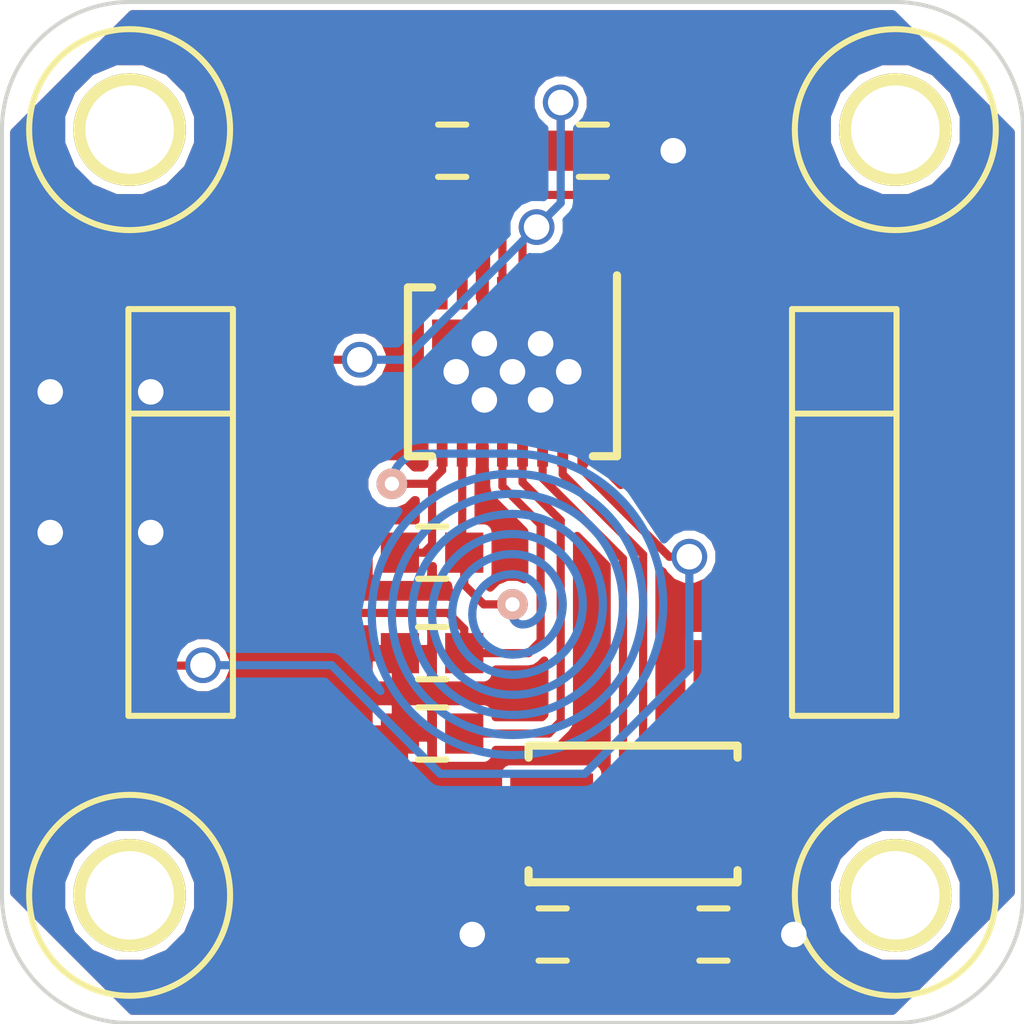
<source format=kicad_pcb>
(kicad_pcb (version 3) (host pcbnew "(2013-07-07 BZR 4022)-stable")

  (general
    (links 28)
    (no_connects 0)
    (area 128.530134 122.249999 161.469866 148.4144)
    (thickness 1.6)
    (drawings 8)
    (tracks 157)
    (zones 0)
    (modules 16)
    (nets 16)
  )

  (page A3)
  (layers
    (15 F.Cu signal)
    (0 B.Cu signal)
    (16 B.Adhes user)
    (17 F.Adhes user)
    (18 B.Paste user)
    (19 F.Paste user)
    (20 B.SilkS user)
    (21 F.SilkS user)
    (22 B.Mask user)
    (23 F.Mask user)
    (24 Dwgs.User user)
    (25 Cmts.User user)
    (26 Eco1.User user)
    (27 Eco2.User user)
    (28 Edge.Cuts user)
  )

  (setup
    (last_trace_width 0.2032)
    (trace_clearance 0.2032)
    (zone_clearance 0.1524)
    (zone_45_only no)
    (trace_min 0.2032)
    (segment_width 0.2)
    (edge_width 0.1)
    (via_size 0.889)
    (via_drill 0.635)
    (via_min_size 0.889)
    (via_min_drill 0.508)
    (uvia_size 0.508)
    (uvia_drill 0.127)
    (uvias_allowed no)
    (uvia_min_size 0.508)
    (uvia_min_drill 0.127)
    (pcb_text_width 0.3)
    (pcb_text_size 1.5 1.5)
    (mod_edge_width 0.2032)
    (mod_text_size 1 1)
    (mod_text_width 0.15)
    (pad_size 0.762 0.762)
    (pad_drill 0.3556)
    (pad_to_mask_clearance 0)
    (aux_axis_origin 145 135)
    (visible_elements 7FFFFFBF)
    (pcbplotparams
      (layerselection 3178497)
      (usegerberextensions true)
      (excludeedgelayer true)
      (linewidth 0.150000)
      (plotframeref false)
      (viasonmask false)
      (mode 1)
      (useauxorigin false)
      (hpglpennumber 1)
      (hpglpenspeed 20)
      (hpglpendiameter 15)
      (hpglpenoverlay 2)
      (psnegative false)
      (psa4output false)
      (plotreference true)
      (plotvalue true)
      (plotothertext true)
      (plotinvisibletext false)
      (padsonsilk false)
      (subtractmaskfromsilk false)
      (outputformat 1)
      (mirror false)
      (drillshape 1)
      (scaleselection 1)
      (outputdirectory ""))
  )

  (net 0 "")
  (net 1 +3.3V)
  (net 2 +5V)
  (net 3 /CS)
  (net 4 /INT)
  (net 5 /MISO)
  (net 6 /MOSI)
  (net 7 /SCK)
  (net 8 /XIN)
  (net 9 /XOUT)
  (net 10 GND)
  (net 11 N-0000011)
  (net 12 N-0000012)
  (net 13 N-0000013)
  (net 14 N-0000014)
  (net 15 N-0000015)

  (net_class Default "This is the default net class."
    (clearance 0.2032)
    (trace_width 0.2032)
    (via_dia 0.889)
    (via_drill 0.635)
    (uvia_dia 0.508)
    (uvia_drill 0.127)
    (add_net "")
    (add_net +3.3V)
    (add_net +5V)
    (add_net /CS)
    (add_net /INT)
    (add_net /MISO)
    (add_net /MOSI)
    (add_net /SCK)
    (add_net /XIN)
    (add_net /XOUT)
    (add_net GND)
    (add_net N-0000011)
    (add_net N-0000012)
    (add_net N-0000013)
    (add_net N-0000014)
    (add_net N-0000015)
  )

  (module SON50P500X400-17N (layer F.Cu) (tedit 5287EB5E) (tstamp 528E9622)
    (at 145 131.5 180)
    (path /5287E9D6)
    (fp_text reference U1 (at 0 0 180) (layer F.SilkS) hide
      (effects (font (size 1.524 1.016) (thickness 0.254)))
    )
    (fp_text value LDC1000 (at 4 0 270) (layer F.SilkS) hide
      (effects (font (size 1.524 1.016) (thickness 0.254)))
    )
    (fp_line (start 2 -2.1) (end 2.6 -2.1) (layer F.SilkS) (width 0.2032))
    (fp_line (start 2.6 -2.1) (end 2.6 2.1) (layer F.SilkS) (width 0.2032))
    (fp_line (start 2.6 2.1) (end 2 2.1) (layer F.SilkS) (width 0.2032))
    (fp_line (start -2 -2.1) (end -2.6 -2.1) (layer F.SilkS) (width 0.2032))
    (fp_line (start -2.6 -2.1) (end -2.6 2.4) (layer F.SilkS) (width 0.2032))
    (fp_line (start -2.8 -2.6) (end 2.8 -2.6) (layer Eco1.User) (width 0.1016))
    (fp_line (start 2.8 -2.6) (end 2.8 2.6) (layer Eco1.User) (width 0.1016))
    (fp_line (start 2.8 2.6) (end -2.8 2.6) (layer Eco1.User) (width 0.1016))
    (fp_line (start -2.8 2.6) (end -2.8 -2.6) (layer Eco1.User) (width 0.1016))
    (fp_line (start -2.5 -2) (end 2.5 -2) (layer Dwgs.User) (width 0.1016))
    (fp_line (start 2.5 -2) (end 2.5 2) (layer Dwgs.User) (width 0.1016))
    (fp_line (start 2.5 2) (end -2.5 2) (layer Dwgs.User) (width 0.1016))
    (fp_line (start -2.5 2) (end -2.5 -2) (layer Dwgs.User) (width 0.1016))
    (pad 1 smd rect (at -1.75 1.955 180) (size 0.27 0.81)
      (layers F.Cu F.Paste F.Mask)
      (net 7 /SCK)
    )
    (pad 2 smd rect (at -1.25 1.955 180) (size 0.27 0.81)
      (layers F.Cu F.Paste F.Mask)
      (net 3 /CS)
    )
    (pad 3 smd rect (at -0.75 1.955 180) (size 0.27 0.81)
      (layers F.Cu F.Paste F.Mask)
      (net 6 /MOSI)
    )
    (pad 4 smd rect (at -0.25 1.955 180) (size 0.27 0.81)
      (layers F.Cu F.Paste F.Mask)
      (net 1 +3.3V)
    )
    (pad 5 smd rect (at 0.25 1.955 180) (size 0.27 0.81)
      (layers F.Cu F.Paste F.Mask)
      (net 5 /MISO)
    )
    (pad 6 smd rect (at 0.75 1.955 180) (size 0.27 0.81)
      (layers F.Cu F.Paste F.Mask)
      (net 10 GND)
    )
    (pad 7 smd rect (at 1.25 1.955 180) (size 0.27 0.81)
      (layers F.Cu F.Paste F.Mask)
      (net 13 N-0000013)
    )
    (pad 8 smd rect (at 1.75 1.955 180) (size 0.27 0.81)
      (layers F.Cu F.Paste F.Mask)
      (net 14 N-0000014)
    )
    (pad 9 smd rect (at 1.75 -1.955 180) (size 0.27 0.81)
      (layers F.Cu F.Paste F.Mask)
      (net 12 N-0000012)
    )
    (pad 10 smd rect (at 1.25 -1.955 180) (size 0.27 0.81)
      (layers F.Cu F.Paste F.Mask)
      (net 11 N-0000011)
    )
    (pad 11 smd rect (at 0.75 -1.955 180) (size 0.27 0.81)
      (layers F.Cu F.Paste F.Mask)
      (net 10 GND)
    )
    (pad 12 smd rect (at 0.25 -1.955 180) (size 0.27 0.81)
      (layers F.Cu F.Paste F.Mask)
      (net 2 +5V)
    )
    (pad 13 smd rect (at -0.25 -1.955 180) (size 0.27 0.81)
      (layers F.Cu F.Paste F.Mask)
      (net 15 N-0000015)
    )
    (pad 14 smd rect (at -0.75 -1.955 180) (size 0.27 0.81)
      (layers F.Cu F.Paste F.Mask)
      (net 8 /XIN)
    )
    (pad 15 smd rect (at -1.25 -1.955 180) (size 0.27 0.81)
      (layers F.Cu F.Paste F.Mask)
      (net 9 /XOUT)
    )
    (pad 16 smd rect (at -1.75 -1.955 180) (size 0.27 0.81)
      (layers F.Cu F.Paste F.Mask)
      (net 4 /INT)
    )
    (pad 17 smd rect (at 0 0 180) (size 4 2.6)
      (layers F.Cu F.Paste F.Mask)
      (net 10 GND)
    )
    (model 3D/IC/SON50P500X400-16.wrl
      (at (xyz 0 0 0))
      (scale (xyz 0.393701 0.393701 0.393701))
      (rotate (xyz 0 0 0))
    )
  )

  (module CAPC1608-N (layer F.Cu) (tedit 525A51D8) (tstamp 528E9654)
    (at 143 136)
    (path /5287F742)
    (fp_text reference C1 (at 0 -2) (layer F.SilkS) hide
      (effects (font (size 1.27 0.762) (thickness 0.1524)))
    )
    (fp_text value C (at 0 2) (layer F.SilkS) hide
      (effects (font (size 1.27 0.762) (thickness 0.1524)))
    )
    (fp_line (start 0.35 0.65) (end -0.35 0.65) (layer F.SilkS) (width 0.1524))
    (fp_line (start -0.35 -0.65) (end 0.35 -0.65) (layer F.SilkS) (width 0.1524))
    (fp_line (start 0.45 -0.4) (end 0.45 0.4) (layer Dwgs.User) (width 0.0762))
    (fp_line (start -0.45 0.4) (end -0.45 -0.4) (layer Dwgs.User) (width 0.0762))
    (fp_line (start -0.8 0.4) (end 0.8 0.4) (layer Dwgs.User) (width 0.0762))
    (fp_line (start 0.8 0.4) (end 0.8 -0.4) (layer Dwgs.User) (width 0.0762))
    (fp_line (start 0.8 -0.4) (end -0.8 -0.4) (layer Dwgs.User) (width 0.0762))
    (fp_line (start -0.8 -0.4) (end -0.8 0.4) (layer Dwgs.User) (width 0.0762))
    (fp_line (start -1.55 -0.75) (end 1.55 -0.75) (layer Eco1.User) (width 0.0762))
    (fp_line (start 1.55 -0.75) (end 1.55 0.75) (layer Eco1.User) (width 0.0762))
    (fp_line (start 1.55 0.75) (end -1.55 0.75) (layer Eco1.User) (width 0.0762))
    (fp_line (start -1.55 0.74) (end -1.55 -0.75) (layer Eco1.User) (width 0.0762))
    (pad 1 smd rect (at -0.8 0) (size 0.95 1)
      (layers F.Cu F.Paste F.Mask)
      (net 12 N-0000012)
    )
    (pad 2 smd rect (at 0.8 0) (size 0.95 1)
      (layers F.Cu F.Paste F.Mask)
      (net 11 N-0000011)
    )
    (model 3D/Passive/CAPC1608.wrl
      (at (xyz 0 0 0))
      (scale (xyz 0.393701 0.393701 0.393701))
      (rotate (xyz 0 0 0))
    )
  )

  (module CAPC1608-N (layer F.Cu) (tedit 525A51D8) (tstamp 528EAA72)
    (at 143.5 126)
    (path /5287F78E)
    (fp_text reference C4 (at 0 -2) (layer F.SilkS) hide
      (effects (font (size 1.27 0.762) (thickness 0.1524)))
    )
    (fp_text value C (at 0 2) (layer F.SilkS) hide
      (effects (font (size 1.27 0.762) (thickness 0.1524)))
    )
    (fp_line (start 0.35 0.65) (end -0.35 0.65) (layer F.SilkS) (width 0.1524))
    (fp_line (start -0.35 -0.65) (end 0.35 -0.65) (layer F.SilkS) (width 0.1524))
    (fp_line (start 0.45 -0.4) (end 0.45 0.4) (layer Dwgs.User) (width 0.0762))
    (fp_line (start -0.45 0.4) (end -0.45 -0.4) (layer Dwgs.User) (width 0.0762))
    (fp_line (start -0.8 0.4) (end 0.8 0.4) (layer Dwgs.User) (width 0.0762))
    (fp_line (start 0.8 0.4) (end 0.8 -0.4) (layer Dwgs.User) (width 0.0762))
    (fp_line (start 0.8 -0.4) (end -0.8 -0.4) (layer Dwgs.User) (width 0.0762))
    (fp_line (start -0.8 -0.4) (end -0.8 0.4) (layer Dwgs.User) (width 0.0762))
    (fp_line (start -1.55 -0.75) (end 1.55 -0.75) (layer Eco1.User) (width 0.0762))
    (fp_line (start 1.55 -0.75) (end 1.55 0.75) (layer Eco1.User) (width 0.0762))
    (fp_line (start 1.55 0.75) (end -1.55 0.75) (layer Eco1.User) (width 0.0762))
    (fp_line (start -1.55 0.74) (end -1.55 -0.75) (layer Eco1.User) (width 0.0762))
    (pad 1 smd rect (at -0.8 0) (size 0.95 1)
      (layers F.Cu F.Paste F.Mask)
      (net 14 N-0000014)
    )
    (pad 2 smd rect (at 0.8 0) (size 0.95 1)
      (layers F.Cu F.Paste F.Mask)
      (net 13 N-0000013)
    )
    (model 3D/Passive/CAPC1608.wrl
      (at (xyz 0 0 0))
      (scale (xyz 0.393701 0.393701 0.393701))
      (rotate (xyz 0 0 0))
    )
  )

  (module CAPC1608-N (layer F.Cu) (tedit 525A51D8) (tstamp 528E9678)
    (at 143 140.5 180)
    (path /528BE63E)
    (fp_text reference C5 (at 0 -2 180) (layer F.SilkS) hide
      (effects (font (size 1.27 0.762) (thickness 0.1524)))
    )
    (fp_text value 0.056uF (at 0 2 180) (layer F.SilkS) hide
      (effects (font (size 1.27 0.762) (thickness 0.1524)))
    )
    (fp_line (start 0.35 0.65) (end -0.35 0.65) (layer F.SilkS) (width 0.1524))
    (fp_line (start -0.35 -0.65) (end 0.35 -0.65) (layer F.SilkS) (width 0.1524))
    (fp_line (start 0.45 -0.4) (end 0.45 0.4) (layer Dwgs.User) (width 0.0762))
    (fp_line (start -0.45 0.4) (end -0.45 -0.4) (layer Dwgs.User) (width 0.0762))
    (fp_line (start -0.8 0.4) (end 0.8 0.4) (layer Dwgs.User) (width 0.0762))
    (fp_line (start 0.8 0.4) (end 0.8 -0.4) (layer Dwgs.User) (width 0.0762))
    (fp_line (start 0.8 -0.4) (end -0.8 -0.4) (layer Dwgs.User) (width 0.0762))
    (fp_line (start -0.8 -0.4) (end -0.8 0.4) (layer Dwgs.User) (width 0.0762))
    (fp_line (start -1.55 -0.75) (end 1.55 -0.75) (layer Eco1.User) (width 0.0762))
    (fp_line (start 1.55 -0.75) (end 1.55 0.75) (layer Eco1.User) (width 0.0762))
    (fp_line (start 1.55 0.75) (end -1.55 0.75) (layer Eco1.User) (width 0.0762))
    (fp_line (start -1.55 0.74) (end -1.55 -0.75) (layer Eco1.User) (width 0.0762))
    (pad 1 smd rect (at -0.8 0 180) (size 0.95 1)
      (layers F.Cu F.Paste F.Mask)
      (net 15 N-0000015)
    )
    (pad 2 smd rect (at 0.8 0 180) (size 0.95 1)
      (layers F.Cu F.Paste F.Mask)
      (net 10 GND)
    )
    (model 3D/Passive/CAPC1608.wrl
      (at (xyz 0 0 0))
      (scale (xyz 0.393701 0.393701 0.393701))
      (rotate (xyz 0 0 0))
    )
  )

  (module CAPC1608-N (layer F.Cu) (tedit 525A51D8) (tstamp 528EAA5F)
    (at 147 126)
    (path /528BE916)
    (fp_text reference C2 (at 0 -2) (layer F.SilkS) hide
      (effects (font (size 1.27 0.762) (thickness 0.1524)))
    )
    (fp_text value 0.1uF (at 0 2) (layer F.SilkS) hide
      (effects (font (size 1.27 0.762) (thickness 0.1524)))
    )
    (fp_line (start 0.35 0.65) (end -0.35 0.65) (layer F.SilkS) (width 0.1524))
    (fp_line (start -0.35 -0.65) (end 0.35 -0.65) (layer F.SilkS) (width 0.1524))
    (fp_line (start 0.45 -0.4) (end 0.45 0.4) (layer Dwgs.User) (width 0.0762))
    (fp_line (start -0.45 0.4) (end -0.45 -0.4) (layer Dwgs.User) (width 0.0762))
    (fp_line (start -0.8 0.4) (end 0.8 0.4) (layer Dwgs.User) (width 0.0762))
    (fp_line (start 0.8 0.4) (end 0.8 -0.4) (layer Dwgs.User) (width 0.0762))
    (fp_line (start 0.8 -0.4) (end -0.8 -0.4) (layer Dwgs.User) (width 0.0762))
    (fp_line (start -0.8 -0.4) (end -0.8 0.4) (layer Dwgs.User) (width 0.0762))
    (fp_line (start -1.55 -0.75) (end 1.55 -0.75) (layer Eco1.User) (width 0.0762))
    (fp_line (start 1.55 -0.75) (end 1.55 0.75) (layer Eco1.User) (width 0.0762))
    (fp_line (start 1.55 0.75) (end -1.55 0.75) (layer Eco1.User) (width 0.0762))
    (fp_line (start -1.55 0.74) (end -1.55 -0.75) (layer Eco1.User) (width 0.0762))
    (pad 1 smd rect (at -0.8 0) (size 0.95 1)
      (layers F.Cu F.Paste F.Mask)
      (net 1 +3.3V)
    )
    (pad 2 smd rect (at 0.8 0) (size 0.95 1)
      (layers F.Cu F.Paste F.Mask)
      (net 10 GND)
    )
    (model 3D/Passive/CAPC1608.wrl
      (at (xyz 0 0 0))
      (scale (xyz 0.393701 0.393701 0.393701))
      (rotate (xyz 0 0 0))
    )
  )

  (module CAPC1608-N (layer F.Cu) (tedit 525A51D8) (tstamp 528E969C)
    (at 143 138.5 180)
    (path /528BE9D6)
    (fp_text reference C3 (at 0 -2 180) (layer F.SilkS) hide
      (effects (font (size 1.27 0.762) (thickness 0.1524)))
    )
    (fp_text value 0.1uF (at 0 2 180) (layer F.SilkS) hide
      (effects (font (size 1.27 0.762) (thickness 0.1524)))
    )
    (fp_line (start 0.35 0.65) (end -0.35 0.65) (layer F.SilkS) (width 0.1524))
    (fp_line (start -0.35 -0.65) (end 0.35 -0.65) (layer F.SilkS) (width 0.1524))
    (fp_line (start 0.45 -0.4) (end 0.45 0.4) (layer Dwgs.User) (width 0.0762))
    (fp_line (start -0.45 0.4) (end -0.45 -0.4) (layer Dwgs.User) (width 0.0762))
    (fp_line (start -0.8 0.4) (end 0.8 0.4) (layer Dwgs.User) (width 0.0762))
    (fp_line (start 0.8 0.4) (end 0.8 -0.4) (layer Dwgs.User) (width 0.0762))
    (fp_line (start 0.8 -0.4) (end -0.8 -0.4) (layer Dwgs.User) (width 0.0762))
    (fp_line (start -0.8 -0.4) (end -0.8 0.4) (layer Dwgs.User) (width 0.0762))
    (fp_line (start -1.55 -0.75) (end 1.55 -0.75) (layer Eco1.User) (width 0.0762))
    (fp_line (start 1.55 -0.75) (end 1.55 0.75) (layer Eco1.User) (width 0.0762))
    (fp_line (start 1.55 0.75) (end -1.55 0.75) (layer Eco1.User) (width 0.0762))
    (fp_line (start -1.55 0.74) (end -1.55 -0.75) (layer Eco1.User) (width 0.0762))
    (pad 1 smd rect (at -0.8 0 180) (size 0.95 1)
      (layers F.Cu F.Paste F.Mask)
      (net 2 +5V)
    )
    (pad 2 smd rect (at 0.8 0 180) (size 0.95 1)
      (layers F.Cu F.Paste F.Mask)
      (net 10 GND)
    )
    (model 3D/Passive/CAPC1608.wrl
      (at (xyz 0 0 0))
      (scale (xyz 0.393701 0.393701 0.393701))
      (rotate (xyz 0 0 0))
    )
  )

  (module CAPC1608-N (layer F.Cu) (tedit 525A51D8) (tstamp 528E96AE)
    (at 150 145.5)
    (path /528E964C)
    (fp_text reference C7 (at 0 -2) (layer F.SilkS) hide
      (effects (font (size 1.27 0.762) (thickness 0.1524)))
    )
    (fp_text value 20pF (at 0 2) (layer F.SilkS) hide
      (effects (font (size 1.27 0.762) (thickness 0.1524)))
    )
    (fp_line (start 0.35 0.65) (end -0.35 0.65) (layer F.SilkS) (width 0.1524))
    (fp_line (start -0.35 -0.65) (end 0.35 -0.65) (layer F.SilkS) (width 0.1524))
    (fp_line (start 0.45 -0.4) (end 0.45 0.4) (layer Dwgs.User) (width 0.0762))
    (fp_line (start -0.45 0.4) (end -0.45 -0.4) (layer Dwgs.User) (width 0.0762))
    (fp_line (start -0.8 0.4) (end 0.8 0.4) (layer Dwgs.User) (width 0.0762))
    (fp_line (start 0.8 0.4) (end 0.8 -0.4) (layer Dwgs.User) (width 0.0762))
    (fp_line (start 0.8 -0.4) (end -0.8 -0.4) (layer Dwgs.User) (width 0.0762))
    (fp_line (start -0.8 -0.4) (end -0.8 0.4) (layer Dwgs.User) (width 0.0762))
    (fp_line (start -1.55 -0.75) (end 1.55 -0.75) (layer Eco1.User) (width 0.0762))
    (fp_line (start 1.55 -0.75) (end 1.55 0.75) (layer Eco1.User) (width 0.0762))
    (fp_line (start 1.55 0.75) (end -1.55 0.75) (layer Eco1.User) (width 0.0762))
    (fp_line (start -1.55 0.74) (end -1.55 -0.75) (layer Eco1.User) (width 0.0762))
    (pad 1 smd rect (at -0.8 0) (size 0.95 1)
      (layers F.Cu F.Paste F.Mask)
      (net 9 /XOUT)
    )
    (pad 2 smd rect (at 0.8 0) (size 0.95 1)
      (layers F.Cu F.Paste F.Mask)
      (net 10 GND)
    )
    (model 3D/Passive/CAPC1608.wrl
      (at (xyz 0 0 0))
      (scale (xyz 0.393701 0.393701 0.393701))
      (rotate (xyz 0 0 0))
    )
  )

  (module CAPC1608-N (layer F.Cu) (tedit 525A51D8) (tstamp 528E96C0)
    (at 146 145.5 180)
    (path /528E8CF3)
    (fp_text reference C6 (at 0 -2 180) (layer F.SilkS) hide
      (effects (font (size 1.27 0.762) (thickness 0.1524)))
    )
    (fp_text value 20pF (at 0 2 180) (layer F.SilkS) hide
      (effects (font (size 1.27 0.762) (thickness 0.1524)))
    )
    (fp_line (start 0.35 0.65) (end -0.35 0.65) (layer F.SilkS) (width 0.1524))
    (fp_line (start -0.35 -0.65) (end 0.35 -0.65) (layer F.SilkS) (width 0.1524))
    (fp_line (start 0.45 -0.4) (end 0.45 0.4) (layer Dwgs.User) (width 0.0762))
    (fp_line (start -0.45 0.4) (end -0.45 -0.4) (layer Dwgs.User) (width 0.0762))
    (fp_line (start -0.8 0.4) (end 0.8 0.4) (layer Dwgs.User) (width 0.0762))
    (fp_line (start 0.8 0.4) (end 0.8 -0.4) (layer Dwgs.User) (width 0.0762))
    (fp_line (start 0.8 -0.4) (end -0.8 -0.4) (layer Dwgs.User) (width 0.0762))
    (fp_line (start -0.8 -0.4) (end -0.8 0.4) (layer Dwgs.User) (width 0.0762))
    (fp_line (start -1.55 -0.75) (end 1.55 -0.75) (layer Eco1.User) (width 0.0762))
    (fp_line (start 1.55 -0.75) (end 1.55 0.75) (layer Eco1.User) (width 0.0762))
    (fp_line (start 1.55 0.75) (end -1.55 0.75) (layer Eco1.User) (width 0.0762))
    (fp_line (start -1.55 0.74) (end -1.55 -0.75) (layer Eco1.User) (width 0.0762))
    (pad 1 smd rect (at -0.8 0 180) (size 0.95 1)
      (layers F.Cu F.Paste F.Mask)
      (net 8 /XIN)
    )
    (pad 2 smd rect (at 0.8 0 180) (size 0.95 1)
      (layers F.Cu F.Paste F.Mask)
      (net 10 GND)
    )
    (model 3D/Passive/CAPC1608.wrl
      (at (xyz 0 0 0))
      (scale (xyz 0.393701 0.393701 0.393701))
      (rotate (xyz 0 0 0))
    )
  )

  (module XTAL-2SMD-50X32 (layer F.Cu) (tedit 528E920B) (tstamp 528EA798)
    (at 148 142.5)
    (path /528E8CC9)
    (fp_text reference X1 (at 0 -2.5) (layer F.SilkS) hide
      (effects (font (size 1.016 1.016) (thickness 0.1524)))
    )
    (fp_text value 8MHz (at 0 2.5) (layer F.SilkS) hide
      (effects (font (size 1.016 1.016) (thickness 0.1524)))
    )
    (fp_line (start -3.31 -1.85) (end 3.31 -1.85) (layer Eco1.User) (width 0.0762))
    (fp_line (start 3.31 -1.85) (end 3.31 1.85) (layer Eco1.User) (width 0.0762))
    (fp_line (start 3.31 1.85) (end -3.31 1.85) (layer Eco1.User) (width 0.0762))
    (fp_line (start -3.31 1.85) (end -3.31 -1.85) (layer Eco1.User) (width 0.0762))
    (fp_line (start 2.6 1.4) (end 2.6 1.7) (layer F.SilkS) (width 0.2032))
    (fp_line (start 2.6 1.7) (end -2.6 1.7) (layer F.SilkS) (width 0.2032))
    (fp_line (start -2.6 1.7) (end -2.6 1.4) (layer F.SilkS) (width 0.2032))
    (fp_line (start -2.6 -1.4) (end -2.6 -1.7) (layer F.SilkS) (width 0.2032))
    (fp_line (start -2.6 -1.7) (end 2.6 -1.7) (layer F.SilkS) (width 0.2032))
    (fp_line (start 2.6 -1.7) (end 2.6 -1.4) (layer F.SilkS) (width 0.2032))
    (fp_line (start 2.5 1) (end 1.2 1) (layer Dwgs.User) (width 0.0762))
    (fp_line (start 1.2 1) (end 1.2 -1) (layer Dwgs.User) (width 0.0762))
    (fp_line (start 1.2 -1) (end 2.5 -1) (layer Dwgs.User) (width 0.0762))
    (fp_line (start -2.5 -1) (end -1.2 -1) (layer Dwgs.User) (width 0.0762))
    (fp_line (start -1.2 -1) (end -1.2 1) (layer Dwgs.User) (width 0.0762))
    (fp_line (start -1.2 1) (end -2.5 1) (layer Dwgs.User) (width 0.0762))
    (fp_line (start -2.5 -1.6) (end 2.5 -1.6) (layer Dwgs.User) (width 0.0762))
    (fp_line (start 2.5 -1.6) (end 2.5 1.6) (layer Dwgs.User) (width 0.0762))
    (fp_line (start 2.5 1.6) (end -2.5 1.6) (layer Dwgs.User) (width 0.0762))
    (fp_line (start -2.5 1.6) (end -2.5 -1.6) (layer Dwgs.User) (width 0.0762))
    (pad 1 smd rect (at -2.025 0) (size 2.06 2.01)
      (layers F.Cu F.Paste F.Mask)
      (net 8 /XIN)
    )
    (pad 2 smd rect (at 2.025 0) (size 2.06 2.01)
      (layers F.Cu F.Paste F.Mask)
      (net 9 /XOUT)
    )
    (model 3D/Misc/XTAL-2SMD-50X32.wrl
      (at (xyz 0 0 0))
      (scale (xyz 0.393701 0.393701 0.393701))
      (rotate (xyz 0 0 0))
    )
  )

  (module HDRV4W38P254_4X1-SMT (layer F.Cu) (tedit 528E9D63) (tstamp 528EB7DC)
    (at 136.745 135 270)
    (path /528E8E3E)
    (fp_text reference J1 (at -6 0 360) (layer F.SilkS) hide
      (effects (font (size 1 1) (thickness 0.15)))
    )
    (fp_text value CONN-4 (at 0 0 270) (layer F.SilkS) hide
      (effects (font (size 1 1) (thickness 0.15)))
    )
    (fp_line (start -2.46 -1.3) (end -2.46 1.3) (layer F.SilkS) (width 0.15))
    (fp_line (start -5.06 -1.3) (end -5.06 1.3) (layer F.SilkS) (width 0.15))
    (fp_line (start -5.06 1.3) (end 5.06 1.3) (layer F.SilkS) (width 0.15))
    (fp_line (start 5.06 1.3) (end 5.06 -1.3) (layer F.SilkS) (width 0.15))
    (fp_line (start 5.06 -1.3) (end -5.06 -1.3) (layer F.SilkS) (width 0.15))
    (pad 1 smd rect (at -3.81 -1.95 270) (size 1.27 3.6)
      (layers F.Cu F.Paste F.Mask)
      (net 1 +3.3V)
    )
    (pad 2 smd rect (at -1.27 1.95 270) (size 1.27 3.6)
      (layers F.Cu F.Paste F.Mask)
      (net 10 GND)
    )
    (pad 3 smd rect (at 1.27 -1.95 270) (size 1.27 3.6)
      (layers F.Cu F.Paste F.Mask)
      (net 2 +5V)
    )
    (pad 4 smd rect (at 3.81 1.95 270) (size 1.27 3.6)
      (layers F.Cu F.Paste F.Mask)
      (net 4 /INT)
    )
    (model 3D/Connectors/HDRV4W38P254_4X1-SMT.wrl
      (at (xyz 0 0 0))
      (scale (xyz 0.393701 0.393701 0.393701))
      (rotate (xyz 0 0 0))
    )
  )

  (module HDRV4W38P254_4X1-SMT (layer F.Cu) (tedit 528E9D63) (tstamp 52A79B93)
    (at 153.255 135 270)
    (path /528E8E4D)
    (fp_text reference J2 (at -6 0 360) (layer F.SilkS) hide
      (effects (font (size 1 1) (thickness 0.15)))
    )
    (fp_text value CONN-4 (at 0 0 270) (layer F.SilkS) hide
      (effects (font (size 1 1) (thickness 0.15)))
    )
    (fp_line (start -2.46 -1.3) (end -2.46 1.3) (layer F.SilkS) (width 0.15))
    (fp_line (start -5.06 -1.3) (end -5.06 1.3) (layer F.SilkS) (width 0.15))
    (fp_line (start -5.06 1.3) (end 5.06 1.3) (layer F.SilkS) (width 0.15))
    (fp_line (start 5.06 1.3) (end 5.06 -1.3) (layer F.SilkS) (width 0.15))
    (fp_line (start 5.06 -1.3) (end -5.06 -1.3) (layer F.SilkS) (width 0.15))
    (pad 1 smd rect (at -3.81 -1.95 270) (size 1.27 3.6)
      (layers F.Cu F.Paste F.Mask)
      (net 5 /MISO)
    )
    (pad 2 smd rect (at -1.27 1.95 270) (size 1.27 3.6)
      (layers F.Cu F.Paste F.Mask)
      (net 6 /MOSI)
    )
    (pad 3 smd rect (at 1.27 -1.95 270) (size 1.27 3.6)
      (layers F.Cu F.Paste F.Mask)
      (net 3 /CS)
    )
    (pad 4 smd rect (at 3.81 1.95 270) (size 1.27 3.6)
      (layers F.Cu F.Paste F.Mask)
      (net 7 /SCK)
    )
    (model 3D/Connectors/HDRV4W38P254_4X1-SMT.wrl
      (at (xyz 0 0 0))
      (scale (xyz 0.393701 0.393701 0.393701))
      (rotate (xyz 0 0 0))
    )
  )

  (module MECH-HOLE220 (layer F.Cu) (tedit 5228D98A) (tstamp 528EC4BC)
    (at 135.475 125.475)
    (fp_text reference MECH-HOLE220 (at 0 0) (layer F.SilkS) hide
      (effects (font (size 1 1) (thickness 0.15)))
    )
    (fp_text value VAL** (at 0 0) (layer F.SilkS) hide
      (effects (font (size 1 1) (thickness 0.15)))
    )
    (fp_circle (center 0 0) (end 2.5 0) (layer F.SilkS) (width 0.15))
    (pad "" thru_hole circle (at 0 0) (size 2.8 2.8) (drill 2.2)
      (layers *.Cu *.Mask F.SilkS)
    )
  )

  (module MECH-HOLE220 (layer F.Cu) (tedit 5228D98A) (tstamp 528EC4C7)
    (at 154.525 125.475)
    (fp_text reference MECH-HOLE220 (at 0 0) (layer F.SilkS) hide
      (effects (font (size 1 1) (thickness 0.15)))
    )
    (fp_text value VAL** (at 0 0) (layer F.SilkS) hide
      (effects (font (size 1 1) (thickness 0.15)))
    )
    (fp_circle (center 0 0) (end 2.5 0) (layer F.SilkS) (width 0.15))
    (pad "" thru_hole circle (at 0 0) (size 2.8 2.8) (drill 2.2)
      (layers *.Cu *.Mask F.SilkS)
    )
  )

  (module MECH-HOLE220 (layer F.Cu) (tedit 5228D98A) (tstamp 528EC4D2)
    (at 154.525 144.525)
    (fp_text reference MECH-HOLE220 (at 0 0) (layer F.SilkS) hide
      (effects (font (size 1 1) (thickness 0.15)))
    )
    (fp_text value VAL** (at 0 0) (layer F.SilkS) hide
      (effects (font (size 1 1) (thickness 0.15)))
    )
    (fp_circle (center 0 0) (end 2.5 0) (layer F.SilkS) (width 0.15))
    (pad "" thru_hole circle (at 0 0) (size 2.8 2.8) (drill 2.2)
      (layers *.Cu *.Mask F.SilkS)
    )
  )

  (module MECH-HOLE220 (layer F.Cu) (tedit 5228D98A) (tstamp 528EC4DD)
    (at 135.475 144.525)
    (fp_text reference MECH-HOLE220 (at 0 0) (layer F.SilkS) hide
      (effects (font (size 1 1) (thickness 0.15)))
    )
    (fp_text value VAL** (at 0 0) (layer F.SilkS) hide
      (effects (font (size 1 1) (thickness 0.15)))
    )
    (fp_circle (center 0 0) (end 2.5 0) (layer F.SilkS) (width 0.15))
    (pad "" thru_hole circle (at 0 0) (size 2.8 2.8) (drill 2.2)
      (layers *.Cu *.Mask F.SilkS)
    )
  )

  (module IND-COIL-750 (layer B.Cu) (tedit 52A788A4) (tstamp 528E9642)
    (at 145 137.286 90)
    (path /5287F733)
    (fp_text reference L1 (at -4.5 0 360) (layer B.SilkS) hide
      (effects (font (size 1 1) (thickness 0.15)) (justify mirror))
    )
    (fp_text value L (at 4.5 0 360) (layer B.SilkS) hide
      (effects (font (size 1 1) (thickness 0.15)) (justify mirror))
    )
    (fp_line (start 3.75 0) (end 3.75 -2.25) (layer B.Cu) (width 0.2032))
    (fp_arc (start 3 -2.25) (end 3.75 -2.25) (angle -90) (layer B.Cu) (width 0.2032))
    (fp_line (start -0.25 0) (end 0 0) (layer B.Cu) (width 0.2032))
    (fp_arc (start -0.25 0.25) (end -0.25 0) (angle -90) (layer B.Cu) (width 0.2032))
    (fp_arc (start 0 0.25) (end -0.5 0.25) (angle -90) (layer B.Cu) (width 0.2032))
    (fp_arc (start 0 0) (end 0 3.75) (angle -90) (layer B.Cu) (width 0.2032))
    (fp_arc (start 0 0) (end -3.75 0) (angle -90) (layer B.Cu) (width 0.2032))
    (fp_arc (start -0.25 0) (end -0.25 -3.5) (angle -90) (layer B.Cu) (width 0.2032))
    (fp_arc (start -0.25 0) (end 3.25 0) (angle -90) (layer B.Cu) (width 0.2032))
    (fp_arc (start 0 0) (end 0 3.25) (angle -90) (layer B.Cu) (width 0.2032))
    (fp_arc (start 0 0) (end -3.25 0) (angle -90) (layer B.Cu) (width 0.2032))
    (fp_arc (start -0.25 0) (end -0.25 -3) (angle -90) (layer B.Cu) (width 0.2032))
    (fp_arc (start -0.25 0) (end 2.75 0) (angle -90) (layer B.Cu) (width 0.2032))
    (fp_arc (start 0 0) (end 0 2.75) (angle -90) (layer B.Cu) (width 0.2032))
    (fp_arc (start 0 0) (end -2.75 0) (angle -90) (layer B.Cu) (width 0.2032))
    (fp_arc (start -0.25 0) (end -0.25 -2.5) (angle -90) (layer B.Cu) (width 0.2032))
    (fp_arc (start -0.25 0) (end 2.25 0) (angle -90) (layer B.Cu) (width 0.2032))
    (fp_arc (start 0 0) (end 0 2.25) (angle -90) (layer B.Cu) (width 0.2032))
    (fp_arc (start 0 0) (end -2.25 0) (angle -90) (layer B.Cu) (width 0.2032))
    (fp_arc (start -0.25 0) (end -0.25 -2) (angle -90) (layer B.Cu) (width 0.2032))
    (fp_arc (start -0.25 0) (end 1.75 0) (angle -90) (layer B.Cu) (width 0.2032))
    (fp_arc (start 0 0) (end 0 1.75) (angle -90) (layer B.Cu) (width 0.2032))
    (fp_arc (start 0 0) (end -1.75 0) (angle -90) (layer B.Cu) (width 0.2032))
    (fp_arc (start -0.25 0) (end -0.25 -1.5) (angle -90) (layer B.Cu) (width 0.2032))
    (fp_arc (start -0.25 0) (end 1.25 0) (angle -90) (layer B.Cu) (width 0.2032))
    (fp_arc (start 0 0) (end 0 1.25) (angle -90) (layer B.Cu) (width 0.2032))
    (fp_arc (start 0 0) (end -1.25 0) (angle -90) (layer B.Cu) (width 0.2032))
    (fp_arc (start -0.25 0) (end -0.25 -1) (angle -90) (layer B.Cu) (width 0.2032))
    (fp_arc (start -0.25 0) (end 0.75 0) (angle -90) (layer B.Cu) (width 0.2032))
    (fp_arc (start 0 0) (end 0 0.75) (angle -90) (layer B.Cu) (width 0.2032))
    (pad 1 thru_hole circle (at 0 0 90) (size 0.762 0.762) (drill 0.3556)
      (layers *.Cu *.Mask B.SilkS)
      (net 11 N-0000011)
    )
    (pad 2 thru_hole circle (at 3 -3 90) (size 0.762 0.762) (drill 0.3556)
      (layers *.Cu *.Mask B.SilkS)
      (net 12 N-0000012)
    )
  )

  (gr_line (start 154.525 147.7) (end 135.475 147.7) (angle 90) (layer Edge.Cuts) (width 0.1))
  (gr_line (start 157.7 125.475) (end 157.7 144.525) (angle 90) (layer Edge.Cuts) (width 0.1))
  (gr_line (start 135.475 122.3) (end 154.525 122.3) (angle 90) (layer Edge.Cuts) (width 0.1))
  (gr_line (start 132.3 144.525) (end 132.3 125.475) (angle 90) (layer Edge.Cuts) (width 0.1))
  (gr_arc (start 135.475 144.525) (end 135.475 147.7) (angle 90) (layer Edge.Cuts) (width 0.1))
  (gr_arc (start 154.525 144.525) (end 157.7 144.525) (angle 90) (layer Edge.Cuts) (width 0.1))
  (gr_arc (start 154.525 125.475) (end 154.525 122.3) (angle 90) (layer Edge.Cuts) (width 0.1))
  (gr_arc (start 135.475 125.475) (end 132.3 125.475) (angle 90) (layer Edge.Cuts) (width 0.1))

  (segment (start 138.695 131.19) (end 138.705 131.2) (width 0.2032) (layer F.Cu) (net 1))
  (segment (start 142.3 131.2) (end 145.6 127.9) (width 0.2032) (layer B.Cu) (net 1) (tstamp 52A79F3B))
  (segment (start 141.2 131.2) (end 142.3 131.2) (width 0.2032) (layer B.Cu) (net 1) (tstamp 52A79F3A))
  (via (at 141.2 131.2) (size 0.889) (layers F.Cu B.Cu) (net 1))
  (segment (start 138.705 131.2) (end 141.2 131.2) (width 0.2032) (layer F.Cu) (net 1) (tstamp 52A79F38))
  (segment (start 146.2 126) (end 146.2 124.8) (width 0.2032) (layer F.Cu) (net 1))
  (segment (start 145.25 128.25) (end 145.6 127.9) (width 0.2032) (layer F.Cu) (net 1) (tstamp 52A79C18))
  (via (at 145.6 127.9) (size 0.889) (layers F.Cu B.Cu) (net 1))
  (segment (start 145.25 128.25) (end 145.25 129.545) (width 0.2032) (layer F.Cu) (net 1))
  (segment (start 146.2 127.3) (end 145.6 127.9) (width 0.2032) (layer B.Cu) (net 1) (tstamp 52A79F35))
  (segment (start 146.2 124.8) (end 146.2 127.3) (width 0.2032) (layer B.Cu) (net 1) (tstamp 52A79F34))
  (via (at 146.2 124.8) (size 0.889) (layers F.Cu B.Cu) (net 1))
  (segment (start 138.695 136.27) (end 138.695 136.995) (width 0.2032) (layer F.Cu) (net 2))
  (segment (start 143.8 137.9) (end 143.4 137.5) (width 0.2032) (layer F.Cu) (net 2) (tstamp 52A79F26))
  (segment (start 143.4 137.5) (end 141.2 137.5) (width 0.2032) (layer F.Cu) (net 2) (tstamp 52A79F27))
  (segment (start 143.8 137.9) (end 143.8 138.5) (width 0.2032) (layer F.Cu) (net 2))
  (segment (start 139.2 137.5) (end 141.2 137.5) (width 0.2032) (layer F.Cu) (net 2) (tstamp 52A79F2B))
  (segment (start 138.695 136.995) (end 139.2 137.5) (width 0.2032) (layer F.Cu) (net 2) (tstamp 52A79F2A))
  (segment (start 144.75 133.455) (end 144.75 134.35) (width 0.2032) (layer F.Cu) (net 2))
  (segment (start 145.4 138.5) (end 143.8 138.5) (width 0.2032) (layer F.Cu) (net 2) (tstamp 52A79F1D))
  (segment (start 145.7 138.2) (end 145.4 138.5) (width 0.2032) (layer F.Cu) (net 2) (tstamp 52A79F1C))
  (segment (start 145.7 135.3) (end 145.7 138.2) (width 0.2032) (layer F.Cu) (net 2) (tstamp 52A79F1A))
  (segment (start 144.75 134.35) (end 145.7 135.3) (width 0.2032) (layer F.Cu) (net 2) (tstamp 52A79F19))
  (segment (start 155.205 136.27) (end 155.205 135.105) (width 0.2032) (layer F.Cu) (net 3))
  (segment (start 147.1 128.1) (end 148.3 128.1) (width 0.2032) (layer F.Cu) (net 3) (tstamp 52A79C2D))
  (segment (start 148.3 128.1) (end 148.6 128.4) (width 0.2032) (layer F.Cu) (net 3) (tstamp 52A79C2E))
  (segment (start 146.25 128.95) (end 146.8 128.4) (width 0.2032) (layer F.Cu) (net 3) (tstamp 52A79BB8))
  (segment (start 146.25 128.95) (end 146.25 129.545) (width 0.2032) (layer F.Cu) (net 3))
  (segment (start 146.8 128.4) (end 147.1 128.1) (width 0.2032) (layer F.Cu) (net 3))
  (segment (start 148.6 134.5) (end 148.6 128.4) (width 0.2032) (layer F.Cu) (net 3) (tstamp 52A79EAD))
  (segment (start 148.9 134.8) (end 148.6 134.5) (width 0.2032) (layer F.Cu) (net 3) (tstamp 52A79EAC))
  (segment (start 154.9 134.8) (end 148.9 134.8) (width 0.2032) (layer F.Cu) (net 3) (tstamp 52A79EAB))
  (segment (start 155.205 135.105) (end 154.9 134.8) (width 0.2032) (layer F.Cu) (net 3) (tstamp 52A79EAA))
  (segment (start 149.4 136.1) (end 149.4 138.9) (width 0.2032) (layer B.Cu) (net 4))
  (segment (start 146.75 133.95) (end 148.9 136.1) (width 0.2032) (layer F.Cu) (net 4) (tstamp 52A79EB9))
  (segment (start 148.9 136.1) (end 149.4 136.1) (width 0.2032) (layer F.Cu) (net 4) (tstamp 52A79EBA))
  (via (at 149.4 136.1) (size 0.889) (layers F.Cu B.Cu) (net 4))
  (segment (start 146.75 133.455) (end 146.75 133.95) (width 0.2032) (layer F.Cu) (net 4))
  (segment (start 137.29 138.81) (end 134.795 138.81) (width 0.2032) (layer F.Cu) (net 4) (tstamp 52A79F4C))
  (segment (start 137.3 138.8) (end 137.29 138.81) (width 0.2032) (layer F.Cu) (net 4) (tstamp 52A79F4B))
  (via (at 137.3 138.8) (size 0.889) (layers F.Cu B.Cu) (net 4))
  (segment (start 140.5 138.8) (end 137.3 138.8) (width 0.2032) (layer B.Cu) (net 4) (tstamp 52A79F48))
  (segment (start 143.2 141.5) (end 140.5 138.8) (width 0.2032) (layer B.Cu) (net 4) (tstamp 52A79F46))
  (segment (start 146.8 141.5) (end 143.2 141.5) (width 0.2032) (layer B.Cu) (net 4) (tstamp 52A79F44))
  (segment (start 149.4 138.9) (end 146.8 141.5) (width 0.2032) (layer B.Cu) (net 4) (tstamp 52A79F42))
  (segment (start 155.205 131.19) (end 155.205 131.895) (width 0.2032) (layer F.Cu) (net 5))
  (segment (start 149.6 127.4) (end 149.3 127.1) (width 0.2032) (layer F.Cu) (net 5) (tstamp 52A79C3F))
  (segment (start 144.75 127.75) (end 144.75 127.45) (width 0.2032) (layer F.Cu) (net 5))
  (segment (start 144.75 127.75) (end 144.75 129.545) (width 0.2032) (layer F.Cu) (net 5) (tstamp 52A79BD0))
  (segment (start 144.75 127.45) (end 145.1 127.1) (width 0.2032) (layer F.Cu) (net 5) (tstamp 52A79C1C))
  (segment (start 145.1 127.1) (end 149.3 127.1) (width 0.2032) (layer F.Cu) (net 5))
  (segment (start 149.6 131.9) (end 149.6 127.4) (width 0.2032) (layer F.Cu) (net 5) (tstamp 52A79EDB))
  (segment (start 149.9 132.2) (end 149.6 131.9) (width 0.2032) (layer F.Cu) (net 5) (tstamp 52A79EDA))
  (segment (start 154.9 132.2) (end 149.9 132.2) (width 0.2032) (layer F.Cu) (net 5) (tstamp 52A79ED9))
  (segment (start 155.205 131.895) (end 154.9 132.2) (width 0.2032) (layer F.Cu) (net 5) (tstamp 52A79ED8))
  (segment (start 151.305 133.73) (end 151.305 133.005) (width 0.2032) (layer F.Cu) (net 6))
  (segment (start 147 127.6) (end 148.8 127.6) (width 0.2032) (layer F.Cu) (net 6) (tstamp 52A79C23))
  (segment (start 148.8 127.6) (end 149.1 127.9) (width 0.2032) (layer F.Cu) (net 6) (tstamp 52A79C25))
  (segment (start 145.75 128.85) (end 145.75 129.545) (width 0.2032) (layer F.Cu) (net 6))
  (segment (start 145.75 128.85) (end 147 127.6) (width 0.2032) (layer F.Cu) (net 6))
  (segment (start 149.1 132.4) (end 149.1 127.9) (width 0.2032) (layer F.Cu) (net 6) (tstamp 52A79ED1))
  (segment (start 149.4 132.7) (end 149.1 132.4) (width 0.2032) (layer F.Cu) (net 6) (tstamp 52A79ED0))
  (segment (start 151 132.7) (end 149.4 132.7) (width 0.2032) (layer F.Cu) (net 6) (tstamp 52A79ECF))
  (segment (start 151.305 133.005) (end 151 132.7) (width 0.2032) (layer F.Cu) (net 6) (tstamp 52A79ECE))
  (segment (start 151.305 138.81) (end 151.305 135.605) (width 0.2032) (layer F.Cu) (net 7))
  (segment (start 147.2 128.6) (end 147.8 128.6) (width 0.2032) (layer F.Cu) (net 7) (tstamp 52A79C38))
  (segment (start 147.8 128.6) (end 148.1 128.9) (width 0.2032) (layer F.Cu) (net 7) (tstamp 52A79C39))
  (segment (start 146.75 129.05) (end 146.75 129.545) (width 0.2032) (layer F.Cu) (net 7))
  (segment (start 146.75 129.05) (end 147.2 128.6) (width 0.2032) (layer F.Cu) (net 7))
  (segment (start 148.1 134.6) (end 148.1 128.9) (width 0.2032) (layer F.Cu) (net 7) (tstamp 52A79EB5))
  (segment (start 148.8 135.3) (end 148.1 134.6) (width 0.2032) (layer F.Cu) (net 7) (tstamp 52A79EB4))
  (segment (start 151 135.3) (end 148.8 135.3) (width 0.2032) (layer F.Cu) (net 7) (tstamp 52A79EB3))
  (segment (start 151.305 135.605) (end 151 135.3) (width 0.2032) (layer F.Cu) (net 7) (tstamp 52A79EB2))
  (segment (start 145.75 133.455) (end 145.75 134.15) (width 0.2032) (layer F.Cu) (net 8))
  (segment (start 147.75 136.15) (end 147.75 142.5) (width 0.2032) (layer F.Cu) (net 8) (tstamp 52A79EC6))
  (segment (start 145.75 134.15) (end 147.75 136.15) (width 0.2032) (layer F.Cu) (net 8) (tstamp 52A79EC5))
  (segment (start 147.75 142.5) (end 145.975 142.5) (width 0.2032) (layer F.Cu) (net 8))
  (segment (start 147.75 142.5) (end 147.75 145.25) (width 0.2032) (layer F.Cu) (net 8) (tstamp 52A79DD5))
  (segment (start 147.5 145.5) (end 146.8 145.5) (width 0.2032) (layer F.Cu) (net 8) (tstamp 52A79DD1))
  (segment (start 147.75 145.25) (end 147.5 145.5) (width 0.2032) (layer F.Cu) (net 8) (tstamp 52A79DD0))
  (segment (start 146.25 133.455) (end 146.25 134.05) (width 0.2032) (layer F.Cu) (net 9))
  (segment (start 148.25 136.05) (end 148.25 142.5) (width 0.2032) (layer F.Cu) (net 9) (tstamp 52A79EC1))
  (segment (start 146.25 134.05) (end 148.25 136.05) (width 0.2032) (layer F.Cu) (net 9) (tstamp 52A79EC0))
  (segment (start 148.25 142.5) (end 150.025 142.5) (width 0.2032) (layer F.Cu) (net 9))
  (segment (start 148.25 142.5) (end 148.25 145.25) (width 0.2032) (layer F.Cu) (net 9) (tstamp 52A79DD9))
  (segment (start 148.5 145.5) (end 149.2 145.5) (width 0.2032) (layer F.Cu) (net 9) (tstamp 52A79DCD))
  (segment (start 148.25 145.25) (end 148.5 145.5) (width 0.2032) (layer F.Cu) (net 9) (tstamp 52A79DCC))
  (segment (start 145 131.5) (end 144.3 132.2) (width 0.2032) (layer B.Cu) (net 10))
  (segment (start 144.3 132.2) (end 145 131.5) (width 0.2032) (layer F.Cu) (net 10) (tstamp 52A7A130) (status C00000))
  (via (at 144.3 132.2) (size 0.889) (layers F.Cu B.Cu) (net 10) (status 800000))
  (segment (start 145 131.5) (end 145.7 132.2) (width 0.2032) (layer B.Cu) (net 10))
  (segment (start 145.7 132.2) (end 145 131.5) (width 0.2032) (layer F.Cu) (net 10) (tstamp 52A7A128) (status C00000))
  (via (at 145.7 132.2) (size 0.889) (layers F.Cu B.Cu) (net 10) (status 800000))
  (segment (start 145 131.5) (end 145.7 130.8) (width 0.2032) (layer B.Cu) (net 10))
  (segment (start 145.7 130.8) (end 145 131.5) (width 0.2032) (layer F.Cu) (net 10) (tstamp 52A7A120) (status C00000))
  (via (at 145.7 130.8) (size 0.889) (layers F.Cu B.Cu) (net 10) (status 800000))
  (segment (start 145 131.5) (end 144.3 130.8) (width 0.2032) (layer B.Cu) (net 10))
  (segment (start 144.3 130.8) (end 145 131.5) (width 0.2032) (layer F.Cu) (net 10) (tstamp 52A7A116) (status C00000))
  (via (at 144.3 130.8) (size 0.889) (layers F.Cu B.Cu) (net 10) (status 800000))
  (segment (start 145 131.5) (end 146.4 131.5) (width 0.2032) (layer B.Cu) (net 10))
  (segment (start 146.4 131.5) (end 145 131.5) (width 0.2032) (layer F.Cu) (net 10) (tstamp 52A7A101) (status C00000))
  (via (at 146.4 131.5) (size 0.889) (layers F.Cu B.Cu) (net 10) (status 800000))
  (via (at 145 131.5) (size 0.889) (layers F.Cu B.Cu) (net 10) (status C00000))
  (segment (start 143.6 131.5) (end 145 131.5) (width 0.2032) (layer F.Cu) (net 10) (tstamp 52A7A0FA) (status C00000))
  (via (at 143.6 131.5) (size 0.889) (layers F.Cu B.Cu) (net 10) (status 800000))
  (segment (start 145 131.5) (end 143.6 131.5) (width 0.2032) (layer B.Cu) (net 10) (tstamp 52A7A0ED) (status 400000))
  (segment (start 134.795 133.73) (end 134.795 132.205) (width 0.2032) (layer F.Cu) (net 10))
  (via (at 136 132) (size 0.889) (layers F.Cu B.Cu) (net 10))
  (segment (start 135 132) (end 136 132) (width 0.2032) (layer F.Cu) (net 10) (tstamp 52A79FFA))
  (segment (start 134.795 132.205) (end 135 132) (width 0.2032) (layer F.Cu) (net 10) (tstamp 52A79FF9))
  (segment (start 147.8 126) (end 149 126) (width 0.2032) (layer F.Cu) (net 10))
  (via (at 149 126) (size 0.889) (layers F.Cu B.Cu) (net 10))
  (segment (start 145.2 145.5) (end 144 145.5) (width 0.2032) (layer F.Cu) (net 10))
  (via (at 144 145.5) (size 0.889) (layers F.Cu B.Cu) (net 10))
  (segment (start 150.8 145.5) (end 152 145.5) (width 0.2032) (layer F.Cu) (net 10))
  (via (at 152 145.5) (size 0.889) (layers F.Cu B.Cu) (net 10))
  (segment (start 134.795 133.73) (end 134.795 135.295) (width 0.2032) (layer F.Cu) (net 10))
  (via (at 136 135.5) (size 0.889) (layers F.Cu B.Cu) (net 10))
  (segment (start 135 135.5) (end 136 135.5) (width 0.2032) (layer F.Cu) (net 10) (tstamp 52A7A008))
  (segment (start 134.795 135.295) (end 135 135.5) (width 0.2032) (layer F.Cu) (net 10) (tstamp 52A7A007))
  (segment (start 134.795 133.73) (end 134.795 135.205) (width 0.2032) (layer F.Cu) (net 10))
  (via (at 133.5 135.5) (size 0.889) (layers F.Cu B.Cu) (net 10))
  (segment (start 134.5 135.5) (end 133.5 135.5) (width 0.2032) (layer F.Cu) (net 10) (tstamp 52A7A003))
  (segment (start 134.795 135.205) (end 134.5 135.5) (width 0.2032) (layer F.Cu) (net 10) (tstamp 52A7A000))
  (segment (start 134.795 133.73) (end 134.795 132.295) (width 0.2032) (layer F.Cu) (net 10))
  (via (at 133.5 132) (size 0.889) (layers F.Cu B.Cu) (net 10))
  (segment (start 134.5 132) (end 133.5 132) (width 0.2032) (layer F.Cu) (net 10) (tstamp 52A79FF5))
  (segment (start 134.795 132.295) (end 134.5 132) (width 0.2032) (layer F.Cu) (net 10) (tstamp 52A79FF0))
  (segment (start 144.25 133.455) (end 144.25 132.25) (width 0.2032) (layer F.Cu) (net 10))
  (segment (start 144.25 132.25) (end 145 131.5) (width 0.2032) (layer F.Cu) (net 10) (tstamp 52A79C7F))
  (segment (start 144.25 129.545) (end 144.25 130.75) (width 0.2032) (layer F.Cu) (net 10))
  (segment (start 144.25 130.75) (end 145 131.5) (width 0.2032) (layer F.Cu) (net 10) (tstamp 52A79C7C))
  (segment (start 143.8 136) (end 143.8 136.8) (width 0.2032) (layer F.Cu) (net 11))
  (segment (start 144.286 137.286) (end 145 137.286) (width 0.2032) (layer F.Cu) (net 11) (tstamp 52A79E46))
  (segment (start 143.8 136.8) (end 144.286 137.286) (width 0.2032) (layer F.Cu) (net 11) (tstamp 52A79E45))
  (segment (start 143.75 133.455) (end 143.75 135.95) (width 0.2032) (layer F.Cu) (net 11))
  (segment (start 143.75 135.95) (end 143.8 136) (width 0.2032) (layer F.Cu) (net 11) (tstamp 52A79E42))
  (segment (start 142 134.286) (end 143 134.286) (width 0.2032) (layer F.Cu) (net 12))
  (segment (start 143 134.286) (end 143 134.4) (width 0.2032) (layer F.Cu) (net 12) (tstamp 52A79E56))
  (segment (start 142.2 136) (end 142.8 136) (width 0.2032) (layer F.Cu) (net 12))
  (segment (start 143.25 133.95) (end 143.25 133.455) (width 0.2032) (layer F.Cu) (net 12) (tstamp 52A79E53))
  (segment (start 143 134.2) (end 143.25 133.95) (width 0.2032) (layer F.Cu) (net 12) (tstamp 52A79E52))
  (segment (start 143 135.8) (end 143 134.4) (width 0.2032) (layer F.Cu) (net 12) (tstamp 52A79E51))
  (segment (start 143 134.4) (end 143 134.2) (width 0.2032) (layer F.Cu) (net 12) (tstamp 52A79E59))
  (segment (start 142.8 136) (end 143 135.8) (width 0.2032) (layer F.Cu) (net 12) (tstamp 52A79E50))
  (segment (start 143.75 129.545) (end 143.75 127.25) (width 0.2032) (layer F.Cu) (net 13))
  (segment (start 144.3 126.7) (end 144.3 126) (width 0.2032) (layer F.Cu) (net 13) (tstamp 52A79C75))
  (segment (start 143.75 127.25) (end 144.3 126.7) (width 0.2032) (layer F.Cu) (net 13) (tstamp 52A79C74))
  (segment (start 143.25 129.545) (end 143.25 127.25) (width 0.2032) (layer F.Cu) (net 14))
  (segment (start 142.7 126.7) (end 142.7 126) (width 0.2032) (layer F.Cu) (net 14) (tstamp 52A79C79))
  (segment (start 143.25 127.25) (end 142.7 126.7) (width 0.2032) (layer F.Cu) (net 14) (tstamp 52A79C78))
  (segment (start 146 135) (end 146.2 135.2) (width 0.2032) (layer F.Cu) (net 15))
  (segment (start 145.25 134.25) (end 146 135) (width 0.2032) (layer F.Cu) (net 15) (tstamp 52A79F16))
  (segment (start 145.25 133.455) (end 145.25 134.25) (width 0.2032) (layer F.Cu) (net 15))
  (segment (start 145.9 140.5) (end 143.8 140.5) (width 0.2032) (layer F.Cu) (net 15) (tstamp 52A79F22))
  (segment (start 146.2 140.2) (end 145.9 140.5) (width 0.2032) (layer F.Cu) (net 15) (tstamp 52A79F21))
  (segment (start 146.2 135.2) (end 146.2 140.2) (width 0.2032) (layer F.Cu) (net 15) (tstamp 52A79F20))

  (zone (net 10) (net_name GND) (layer F.Cu) (tstamp 52A79F4F) (hatch edge 0.508)
    (connect_pads (clearance 0.1524))
    (min_thickness 0.2032)
    (fill (arc_segments 16) (thermal_gap 0.2032) (thermal_bridge_width 0.4064))
    (polygon
      (pts
        (xy 154.5 147.5) (xy 135.5 147.5) (xy 132.5 144.5) (xy 132.5 125.5) (xy 135.5 122.5)
        (xy 154.5 122.5) (xy 157.5 125.5) (xy 157.5 144.5)
      )
    )
    (filled_polygon
      (pts
        (xy 144.824274 126.804852) (xy 144.812631 126.812632) (xy 144.462632 127.162632) (xy 144.374535 127.294477) (xy 144.3436 127.45)
        (xy 144.3436 127.75) (xy 144.3436 128.8853) (xy 144.3175 128.9114) (xy 144.3175 129.061654) (xy 144.310254 129.079105)
        (xy 144.310148 129.200362) (xy 144.310148 129.6666) (xy 144.189852 129.6666) (xy 144.189852 129.079638) (xy 144.1825 129.061844)
        (xy 144.1825 128.9114) (xy 144.1564 128.8853) (xy 144.1564 127.418336) (xy 144.587368 126.987369) (xy 144.587368 126.987368)
        (xy 144.675465 126.855523) (xy 144.685543 126.804852) (xy 144.824274 126.804852)
      )
    )
    (filled_polygon
      (pts
        (xy 145.2936 136.665341) (xy 145.137012 136.60032) (xy 144.864185 136.600082) (xy 144.612033 136.704269) (xy 144.445374 136.870637)
        (xy 144.366657 136.79192) (xy 144.447429 136.758547) (xy 144.533245 136.672881) (xy 144.579746 136.560895) (xy 144.579852 136.439638)
        (xy 144.579852 135.439638) (xy 144.533547 135.327571) (xy 144.447881 135.241755) (xy 144.335895 135.195254) (xy 144.214638 135.195148)
        (xy 144.1564 135.195148) (xy 144.1564 134.1147) (xy 144.1825 134.0886) (xy 144.1825 133.938345) (xy 144.189746 133.920895)
        (xy 144.189852 133.799638) (xy 144.189852 133.3334) (xy 144.310148 133.3334) (xy 144.310148 133.920362) (xy 144.3175 133.938155)
        (xy 144.3175 134.0886) (xy 144.3436 134.1147) (xy 144.3436 134.35) (xy 144.374535 134.505523) (xy 144.462632 134.637368)
        (xy 145.2936 135.468336) (xy 145.2936 136.665341)
      )
    )
    (filled_polygon
      (pts
        (xy 157.396 144.460316) (xy 157.309852 144.546464) (xy 157.309852 136.844638) (xy 157.309852 135.574638) (xy 157.263547 135.462571)
        (xy 157.177881 135.376755) (xy 157.065895 135.330254) (xy 156.944638 135.330148) (xy 155.6114 135.330148) (xy 155.6114 135.105)
        (xy 155.580465 134.949477) (xy 155.492368 134.817632) (xy 155.187368 134.512632) (xy 155.055523 134.424535) (xy 154.9 134.3936)
        (xy 153.409774 134.3936) (xy 153.409852 134.304638) (xy 153.409852 133.034638) (xy 153.363547 132.922571) (xy 153.277881 132.836755)
        (xy 153.165895 132.790254) (xy 153.044638 132.790148) (xy 151.640822 132.790148) (xy 151.592368 132.717632) (xy 151.481136 132.6064)
        (xy 154.9 132.6064) (xy 155.055522 132.575465) (xy 155.055523 132.575465) (xy 155.187368 132.487368) (xy 155.492368 132.182368)
        (xy 155.527458 132.129852) (xy 157.065362 132.129852) (xy 157.177429 132.083547) (xy 157.263245 131.997881) (xy 157.309746 131.885895)
        (xy 157.309852 131.764638) (xy 157.309852 130.494638) (xy 157.263547 130.382571) (xy 157.177881 130.296755) (xy 157.065895 130.250254)
        (xy 156.944638 130.250148) (xy 156.230095 130.250148) (xy 156.230095 125.137382) (xy 155.971102 124.51057) (xy 155.491952 124.030584)
        (xy 154.865593 123.770497) (xy 154.187382 123.769905) (xy 153.56057 124.028898) (xy 153.080584 124.508048) (xy 152.820497 125.134407)
        (xy 152.819905 125.812618) (xy 153.078898 126.43943) (xy 153.558048 126.919416) (xy 154.184407 127.179503) (xy 154.862618 127.180095)
        (xy 155.48943 126.921102) (xy 155.969416 126.441952) (xy 156.229503 125.815593) (xy 156.230095 125.137382) (xy 156.230095 130.250148)
        (xy 153.344638 130.250148) (xy 153.232571 130.296453) (xy 153.146755 130.382119) (xy 153.100254 130.494105) (xy 153.100148 130.615362)
        (xy 153.100148 131.7936) (xy 150.068336 131.7936) (xy 150.0064 131.731664) (xy 150.0064 127.4) (xy 149.975465 127.244477)
        (xy 149.887368 127.112632) (xy 149.587368 126.812632) (xy 149.455523 126.724535) (xy 149.3 126.6936) (xy 148.512489 126.6936)
        (xy 148.533245 126.672881) (xy 148.579746 126.560895) (xy 148.579852 126.439638) (xy 148.579852 125.560362) (xy 148.579746 125.439105)
        (xy 148.533245 125.327119) (xy 148.447429 125.241453) (xy 148.335362 125.195148) (xy 147.9778 125.1952) (xy 147.9016 125.2714)
        (xy 147.9016 125.8984) (xy 148.5036 125.8984) (xy 148.5798 125.8222) (xy 148.579852 125.560362) (xy 148.579852 126.439638)
        (xy 148.5798 126.1778) (xy 148.5036 126.1016) (xy 147.9016 126.1016) (xy 147.9016 126.1216) (xy 147.6984 126.1216)
        (xy 147.6984 126.1016) (xy 147.6984 125.8984) (xy 147.6984 125.2714) (xy 147.6222 125.1952) (xy 147.264638 125.195148)
        (xy 147.152571 125.241453) (xy 147.066755 125.327119) (xy 147.020254 125.439105) (xy 147.020148 125.560362) (xy 147.0202 125.8222)
        (xy 147.0964 125.8984) (xy 147.6984 125.8984) (xy 147.6984 126.1016) (xy 147.0964 126.1016) (xy 147.0202 126.1778)
        (xy 147.020148 126.439638) (xy 147.020254 126.560895) (xy 147.066755 126.672881) (xy 147.08751 126.6936) (xy 146.912489 126.6936)
        (xy 146.933245 126.672881) (xy 146.979746 126.560895) (xy 146.979852 126.439638) (xy 146.979852 125.439638) (xy 146.933547 125.327571)
        (xy 146.847881 125.241755) (xy 146.826827 125.233012) (xy 146.834856 125.224999) (xy 146.94917 124.949699) (xy 146.94943 124.651609)
        (xy 146.835596 124.37611) (xy 146.624999 124.165144) (xy 146.349699 124.05083) (xy 146.051609 124.05057) (xy 145.77611 124.164404)
        (xy 145.565144 124.375001) (xy 145.45083 124.650301) (xy 145.45057 124.948391) (xy 145.564404 125.22389) (xy 145.573361 125.232862)
        (xy 145.552571 125.241453) (xy 145.466755 125.327119) (xy 145.420254 125.439105) (xy 145.420148 125.560362) (xy 145.420148 126.560362)
        (xy 145.466453 126.672429) (xy 145.487586 126.6936) (xy 145.1 126.6936) (xy 144.990713 126.715338) (xy 145.033245 126.672881)
        (xy 145.079746 126.560895) (xy 145.079852 126.439638) (xy 145.079852 125.439638) (xy 145.033547 125.327571) (xy 144.947881 125.241755)
        (xy 144.835895 125.195254) (xy 144.714638 125.195148) (xy 143.764638 125.195148) (xy 143.652571 125.241453) (xy 143.566755 125.327119)
        (xy 143.520254 125.439105) (xy 143.520148 125.560362) (xy 143.520148 126.560362) (xy 143.566453 126.672429) (xy 143.652119 126.758245)
        (xy 143.662646 126.762616) (xy 143.5 126.925263) (xy 143.337419 126.762682) (xy 143.347429 126.758547) (xy 143.433245 126.672881)
        (xy 143.479746 126.560895) (xy 143.479852 126.439638) (xy 143.479852 125.439638) (xy 143.433547 125.327571) (xy 143.347881 125.241755)
        (xy 143.235895 125.195254) (xy 143.114638 125.195148) (xy 142.164638 125.195148) (xy 142.052571 125.241453) (xy 141.966755 125.327119)
        (xy 141.920254 125.439105) (xy 141.920148 125.560362) (xy 141.920148 126.560362) (xy 141.966453 126.672429) (xy 142.052119 126.758245)
        (xy 142.164105 126.804746) (xy 142.285362 126.804852) (xy 142.314456 126.804852) (xy 142.324535 126.855523) (xy 142.412632 126.987368)
        (xy 142.8436 127.418336) (xy 142.8436 128.998799) (xy 142.810254 129.079105) (xy 142.810148 129.200362) (xy 142.810148 129.958845)
        (xy 142.741755 130.027119) (xy 142.695254 130.139105) (xy 142.695148 130.260362) (xy 142.6952 131.3222) (xy 142.7714 131.3984)
        (xy 144.8984 131.3984) (xy 144.8984 131.3784) (xy 145.1016 131.3784) (xy 145.1016 131.3984) (xy 147.2286 131.3984)
        (xy 147.3048 131.3222) (xy 147.304852 130.260362) (xy 147.304746 130.139105) (xy 147.258245 130.027119) (xy 147.189791 129.958785)
        (xy 147.189852 129.889638) (xy 147.189852 129.184884) (xy 147.368336 129.0064) (xy 147.631664 129.0064) (xy 147.6936 129.068336)
        (xy 147.6936 134.318864) (xy 147.189838 133.815102) (xy 147.189852 133.799638) (xy 147.189852 133.041154) (xy 147.258245 132.972881)
        (xy 147.304746 132.860895) (xy 147.304852 132.739638) (xy 147.3048 131.6778) (xy 147.2286 131.6016) (xy 145.1016 131.6016)
        (xy 145.1016 131.6216) (xy 144.8984 131.6216) (xy 144.8984 131.6016) (xy 142.7714 131.6016) (xy 142.6952 131.6778)
        (xy 142.695148 132.739638) (xy 142.695254 132.860895) (xy 142.741755 132.972881) (xy 142.810208 133.041214) (xy 142.810148 133.110362)
        (xy 142.810148 133.815116) (xy 142.745664 133.8796) (xy 142.56333 133.8796) (xy 142.388981 133.704947) (xy 142.137012 133.60032)
        (xy 141.94943 133.600156) (xy 141.94943 131.051609) (xy 141.835596 130.77611) (xy 141.624999 130.565144) (xy 141.349699 130.45083)
        (xy 141.051609 130.45057) (xy 140.799852 130.554593) (xy 140.799852 130.494638) (xy 140.753547 130.382571) (xy 140.667881 130.296755)
        (xy 140.555895 130.250254) (xy 140.434638 130.250148) (xy 137.180095 130.250148) (xy 137.180095 125.137382) (xy 136.921102 124.51057)
        (xy 136.441952 124.030584) (xy 135.815593 123.770497) (xy 135.137382 123.769905) (xy 134.51057 124.028898) (xy 134.030584 124.508048)
        (xy 133.770497 125.134407) (xy 133.769905 125.812618) (xy 134.028898 126.43943) (xy 134.508048 126.919416) (xy 135.134407 127.179503)
        (xy 135.812618 127.180095) (xy 136.43943 126.921102) (xy 136.919416 126.441952) (xy 137.179503 125.815593) (xy 137.180095 125.137382)
        (xy 137.180095 130.250148) (xy 136.834638 130.250148) (xy 136.722571 130.296453) (xy 136.636755 130.382119) (xy 136.590254 130.494105)
        (xy 136.590148 130.615362) (xy 136.590148 131.885362) (xy 136.636453 131.997429) (xy 136.722119 132.083245) (xy 136.834105 132.129746)
        (xy 136.955362 132.129852) (xy 140.555362 132.129852) (xy 140.667429 132.083547) (xy 140.753245 131.997881) (xy 140.799746 131.885895)
        (xy 140.799781 131.845145) (xy 141.050301 131.94917) (xy 141.348391 131.94943) (xy 141.62389 131.835596) (xy 141.834856 131.624999)
        (xy 141.94917 131.349699) (xy 141.94943 131.051609) (xy 141.94943 133.600156) (xy 141.864185 133.600082) (xy 141.612033 133.704269)
        (xy 141.418947 133.897019) (xy 141.31432 134.148988) (xy 141.314082 134.421815) (xy 141.418269 134.673967) (xy 141.611019 134.867053)
        (xy 141.862988 134.97168) (xy 142.135815 134.971918) (xy 142.387967 134.867731) (xy 142.563603 134.6924) (xy 142.5936 134.6924)
        (xy 142.5936 135.195148) (xy 141.664638 135.195148) (xy 141.552571 135.241453) (xy 141.466755 135.327119) (xy 141.420254 135.439105)
        (xy 141.420148 135.560362) (xy 141.420148 136.560362) (xy 141.466453 136.672429) (xy 141.552119 136.758245) (xy 141.664105 136.804746)
        (xy 141.785362 136.804852) (xy 142.735362 136.804852) (xy 142.847429 136.758547) (xy 142.933245 136.672881) (xy 142.979746 136.560895)
        (xy 142.979852 136.439638) (xy 142.979852 136.359208) (xy 143.020148 136.332283) (xy 143.020148 136.560362) (xy 143.066453 136.672429)
        (xy 143.152119 136.758245) (xy 143.264105 136.804746) (xy 143.385362 136.804852) (xy 143.394565 136.804852) (xy 143.424535 136.955523)
        (xy 143.512632 137.087368) (xy 143.548377 137.123113) (xy 143.4 137.0936) (xy 141.2 137.0936) (xy 140.737498 137.0936)
        (xy 140.753245 137.077881) (xy 140.799746 136.965895) (xy 140.799852 136.844638) (xy 140.799852 135.574638) (xy 140.753547 135.462571)
        (xy 140.667881 135.376755) (xy 140.555895 135.330254) (xy 140.434638 135.330148) (xy 136.899852 135.330148) (xy 136.899852 134.425362)
        (xy 136.899852 133.034638) (xy 136.853547 132.922571) (xy 136.767881 132.836755) (xy 136.655895 132.790254) (xy 136.534638 132.790148)
        (xy 134.9728 132.7902) (xy 134.8966 132.8664) (xy 134.8966 133.6284) (xy 136.8236 133.6284) (xy 136.8998 133.5522)
        (xy 136.899852 133.034638) (xy 136.899852 134.425362) (xy 136.8998 133.9078) (xy 136.8236 133.8316) (xy 134.8966 133.8316)
        (xy 134.8966 134.5936) (xy 134.9728 134.6698) (xy 136.534638 134.669852) (xy 136.655895 134.669746) (xy 136.767881 134.623245)
        (xy 136.853547 134.537429) (xy 136.899852 134.425362) (xy 136.899852 135.330148) (xy 136.834638 135.330148) (xy 136.722571 135.376453)
        (xy 136.636755 135.462119) (xy 136.590254 135.574105) (xy 136.590148 135.695362) (xy 136.590148 136.965362) (xy 136.636453 137.077429)
        (xy 136.722119 137.163245) (xy 136.834105 137.209746) (xy 136.955362 137.209852) (xy 138.359177 137.209852) (xy 138.359178 137.209852)
        (xy 138.407632 137.282368) (xy 138.912631 137.787368) (xy 138.912632 137.787368) (xy 139.044477 137.875465) (xy 139.199999 137.906399)
        (xy 139.2 137.9064) (xy 141.2 137.9064) (xy 141.433834 137.9064) (xy 141.420254 137.939105) (xy 141.420148 138.060362)
        (xy 141.4202 138.3222) (xy 141.4964 138.3984) (xy 142.0984 138.3984) (xy 142.0984 138.3784) (xy 142.3016 138.3784)
        (xy 142.3016 138.3984) (xy 142.9036 138.3984) (xy 142.9798 138.3222) (xy 142.979852 138.060362) (xy 142.979746 137.939105)
        (xy 142.966165 137.9064) (xy 143.033834 137.9064) (xy 143.020254 137.939105) (xy 143.020148 138.060362) (xy 143.020148 139.060362)
        (xy 143.066453 139.172429) (xy 143.152119 139.258245) (xy 143.264105 139.304746) (xy 143.385362 139.304852) (xy 144.335362 139.304852)
        (xy 144.447429 139.258547) (xy 144.533245 139.172881) (xy 144.579746 139.060895) (xy 144.579852 138.939638) (xy 144.579852 138.9064)
        (xy 145.4 138.9064) (xy 145.555522 138.875465) (xy 145.555523 138.875465) (xy 145.687368 138.787368) (xy 145.7936 138.681136)
        (xy 145.7936 140.031664) (xy 145.731664 140.0936) (xy 144.579852 140.0936) (xy 144.579852 139.939638) (xy 144.533547 139.827571)
        (xy 144.447881 139.741755) (xy 144.335895 139.695254) (xy 144.214638 139.695148) (xy 143.264638 139.695148) (xy 143.152571 139.741453)
        (xy 143.066755 139.827119) (xy 143.020254 139.939105) (xy 143.020148 140.060362) (xy 143.020148 141.060362) (xy 143.066453 141.172429)
        (xy 143.152119 141.258245) (xy 143.264105 141.304746) (xy 143.385362 141.304852) (xy 144.335362 141.304852) (xy 144.447429 141.258547)
        (xy 144.533245 141.172881) (xy 144.579746 141.060895) (xy 144.579852 140.939638) (xy 144.579852 140.9064) (xy 145.9 140.9064)
        (xy 146.055522 140.875465) (xy 146.055523 140.875465) (xy 146.187368 140.787368) (xy 146.487368 140.487368) (xy 146.575465 140.355523)
        (xy 146.6064 140.2) (xy 146.6064 135.581136) (xy 147.3436 136.318336) (xy 147.3436 142.0936) (xy 147.309852 142.0936)
        (xy 147.309852 141.434638) (xy 147.263547 141.322571) (xy 147.177881 141.236755) (xy 147.065895 141.190254) (xy 146.944638 141.190148)
        (xy 144.884638 141.190148) (xy 144.772571 141.236453) (xy 144.686755 141.322119) (xy 144.640254 141.434105) (xy 144.640148 141.555362)
        (xy 144.640148 143.565362) (xy 144.686453 143.677429) (xy 144.772119 143.763245) (xy 144.884105 143.809746) (xy 145.005362 143.809852)
        (xy 147.065362 143.809852) (xy 147.177429 143.763547) (xy 147.263245 143.677881) (xy 147.309746 143.565895) (xy 147.309852 143.444638)
        (xy 147.309852 142.9064) (xy 147.3436 142.9064) (xy 147.3436 144.698453) (xy 147.335895 144.695254) (xy 147.214638 144.695148)
        (xy 146.264638 144.695148) (xy 146.152571 144.741453) (xy 146.066755 144.827119) (xy 146.020254 144.939105) (xy 146.020148 145.060362)
        (xy 146.020148 146.060362) (xy 146.066453 146.172429) (xy 146.152119 146.258245) (xy 146.264105 146.304746) (xy 146.385362 146.304852)
        (xy 147.335362 146.304852) (xy 147.447429 146.258547) (xy 147.533245 146.172881) (xy 147.579746 146.060895) (xy 147.579852 145.939638)
        (xy 147.579852 145.890516) (xy 147.655522 145.875465) (xy 147.655523 145.875465) (xy 147.787368 145.787368) (xy 148 145.574736)
        (xy 148.212632 145.787368) (xy 148.344477 145.875465) (xy 148.420148 145.890516) (xy 148.420148 146.060362) (xy 148.466453 146.172429)
        (xy 148.552119 146.258245) (xy 148.664105 146.304746) (xy 148.785362 146.304852) (xy 149.735362 146.304852) (xy 149.847429 146.258547)
        (xy 149.933245 146.172881) (xy 149.979746 146.060895) (xy 149.979852 145.939638) (xy 149.979852 144.939638) (xy 149.933547 144.827571)
        (xy 149.847881 144.741755) (xy 149.735895 144.695254) (xy 149.614638 144.695148) (xy 148.664638 144.695148) (xy 148.6564 144.698551)
        (xy 148.6564 142.9064) (xy 148.690148 142.9064) (xy 148.690148 143.565362) (xy 148.736453 143.677429) (xy 148.822119 143.763245)
        (xy 148.934105 143.809746) (xy 149.055362 143.809852) (xy 151.115362 143.809852) (xy 151.227429 143.763547) (xy 151.313245 143.677881)
        (xy 151.359746 143.565895) (xy 151.359852 143.444638) (xy 151.359852 141.434638) (xy 151.313547 141.322571) (xy 151.227881 141.236755)
        (xy 151.115895 141.190254) (xy 150.994638 141.190148) (xy 148.934638 141.190148) (xy 148.822571 141.236453) (xy 148.736755 141.322119)
        (xy 148.690254 141.434105) (xy 148.690148 141.555362) (xy 148.690148 142.0936) (xy 148.6564 142.0936) (xy 148.6564 136.416613)
        (xy 148.744363 136.475389) (xy 148.764404 136.52389) (xy 148.975001 136.734856) (xy 149.250301 136.84917) (xy 149.548391 136.84943)
        (xy 149.82389 136.735596) (xy 150.034856 136.524999) (xy 150.14917 136.249699) (xy 150.14943 135.951609) (xy 150.048111 135.7064)
        (xy 150.831664 135.7064) (xy 150.8986 135.773336) (xy 150.8986 137.870148) (xy 149.444638 137.870148) (xy 149.332571 137.916453)
        (xy 149.246755 138.002119) (xy 149.200254 138.114105) (xy 149.200148 138.235362) (xy 149.200148 139.505362) (xy 149.246453 139.617429)
        (xy 149.332119 139.703245) (xy 149.444105 139.749746) (xy 149.565362 139.749852) (xy 153.165362 139.749852) (xy 153.277429 139.703547)
        (xy 153.363245 139.617881) (xy 153.409746 139.505895) (xy 153.409852 139.384638) (xy 153.409852 138.114638) (xy 153.363547 138.002571)
        (xy 153.277881 137.916755) (xy 153.165895 137.870254) (xy 153.044638 137.870148) (xy 151.7114 137.870148) (xy 151.7114 135.605)
        (xy 151.680465 135.449477) (xy 151.592368 135.317632) (xy 151.481136 135.2064) (xy 154.731664 135.2064) (xy 154.7986 135.273336)
        (xy 154.7986 135.330148) (xy 153.344638 135.330148) (xy 153.232571 135.376453) (xy 153.146755 135.462119) (xy 153.100254 135.574105)
        (xy 153.100148 135.695362) (xy 153.100148 136.965362) (xy 153.146453 137.077429) (xy 153.232119 137.163245) (xy 153.344105 137.209746)
        (xy 153.465362 137.209852) (xy 157.065362 137.209852) (xy 157.177429 137.163547) (xy 157.263245 137.077881) (xy 157.309746 136.965895)
        (xy 157.309852 136.844638) (xy 157.309852 144.546464) (xy 156.230095 145.626221) (xy 156.230095 144.187382) (xy 155.971102 143.56057)
        (xy 155.491952 143.080584) (xy 154.865593 142.820497) (xy 154.187382 142.819905) (xy 153.56057 143.078898) (xy 153.080584 143.558048)
        (xy 152.820497 144.184407) (xy 152.819905 144.862618) (xy 153.078898 145.48943) (xy 153.558048 145.969416) (xy 154.184407 146.229503)
        (xy 154.862618 146.230095) (xy 155.48943 145.971102) (xy 155.969416 145.491952) (xy 156.229503 144.865593) (xy 156.230095 144.187382)
        (xy 156.230095 145.626221) (xy 154.460316 147.396) (xy 151.579852 147.396) (xy 151.579852 145.939638) (xy 151.579852 145.060362)
        (xy 151.579746 144.939105) (xy 151.533245 144.827119) (xy 151.447429 144.741453) (xy 151.335362 144.695148) (xy 150.9778 144.6952)
        (xy 150.9016 144.7714) (xy 150.9016 145.3984) (xy 151.5036 145.3984) (xy 151.5798 145.3222) (xy 151.579852 145.060362)
        (xy 151.579852 145.939638) (xy 151.5798 145.6778) (xy 151.5036 145.6016) (xy 150.9016 145.6016) (xy 150.9016 146.2286)
        (xy 150.9778 146.3048) (xy 151.335362 146.304852) (xy 151.447429 146.258547) (xy 151.533245 146.172881) (xy 151.579746 146.060895)
        (xy 151.579852 145.939638) (xy 151.579852 147.396) (xy 150.6984 147.396) (xy 150.6984 146.2286) (xy 150.6984 145.6016)
        (xy 150.6984 145.3984) (xy 150.6984 144.7714) (xy 150.6222 144.6952) (xy 150.264638 144.695148) (xy 150.152571 144.741453)
        (xy 150.066755 144.827119) (xy 150.020254 144.939105) (xy 150.020148 145.060362) (xy 150.0202 145.3222) (xy 150.0964 145.3984)
        (xy 150.6984 145.3984) (xy 150.6984 145.6016) (xy 150.0964 145.6016) (xy 150.0202 145.6778) (xy 150.020148 145.939638)
        (xy 150.020254 146.060895) (xy 150.066755 146.172881) (xy 150.152571 146.258547) (xy 150.264638 146.304852) (xy 150.6222 146.3048)
        (xy 150.6984 146.2286) (xy 150.6984 147.396) (xy 145.979852 147.396) (xy 145.979852 145.939638) (xy 145.979852 145.060362)
        (xy 145.979746 144.939105) (xy 145.933245 144.827119) (xy 145.847429 144.741453) (xy 145.735362 144.695148) (xy 145.3778 144.6952)
        (xy 145.3016 144.7714) (xy 145.3016 145.3984) (xy 145.9036 145.3984) (xy 145.9798 145.3222) (xy 145.979852 145.060362)
        (xy 145.979852 145.939638) (xy 145.9798 145.6778) (xy 145.9036 145.6016) (xy 145.3016 145.6016) (xy 145.3016 146.2286)
        (xy 145.3778 146.3048) (xy 145.735362 146.304852) (xy 145.847429 146.258547) (xy 145.933245 146.172881) (xy 145.979746 146.060895)
        (xy 145.979852 145.939638) (xy 145.979852 147.396) (xy 145.0984 147.396) (xy 145.0984 146.2286) (xy 145.0984 145.6016)
        (xy 145.0984 145.3984) (xy 145.0984 144.7714) (xy 145.0222 144.6952) (xy 144.664638 144.695148) (xy 144.552571 144.741453)
        (xy 144.466755 144.827119) (xy 144.420254 144.939105) (xy 144.420148 145.060362) (xy 144.4202 145.3222) (xy 144.4964 145.3984)
        (xy 145.0984 145.3984) (xy 145.0984 145.6016) (xy 144.4964 145.6016) (xy 144.4202 145.6778) (xy 144.420148 145.939638)
        (xy 144.420254 146.060895) (xy 144.466755 146.172881) (xy 144.552571 146.258547) (xy 144.664638 146.304852) (xy 145.0222 146.3048)
        (xy 145.0984 146.2286) (xy 145.0984 147.396) (xy 142.979852 147.396) (xy 142.979852 140.939638) (xy 142.979852 140.060362)
        (xy 142.979852 138.939638) (xy 142.9798 138.6778) (xy 142.9036 138.6016) (xy 142.3016 138.6016) (xy 142.3016 139.2286)
        (xy 142.3778 139.3048) (xy 142.735362 139.304852) (xy 142.847429 139.258547) (xy 142.933245 139.172881) (xy 142.979746 139.060895)
        (xy 142.979852 138.939638) (xy 142.979852 140.060362) (xy 142.979746 139.939105) (xy 142.933245 139.827119) (xy 142.847429 139.741453)
        (xy 142.735362 139.695148) (xy 142.3778 139.6952) (xy 142.3016 139.7714) (xy 142.3016 140.3984) (xy 142.9036 140.3984)
        (xy 142.9798 140.3222) (xy 142.979852 140.060362) (xy 142.979852 140.939638) (xy 142.9798 140.6778) (xy 142.9036 140.6016)
        (xy 142.3016 140.6016) (xy 142.3016 141.2286) (xy 142.3778 141.3048) (xy 142.735362 141.304852) (xy 142.847429 141.258547)
        (xy 142.933245 141.172881) (xy 142.979746 141.060895) (xy 142.979852 140.939638) (xy 142.979852 147.396) (xy 142.0984 147.396)
        (xy 142.0984 141.2286) (xy 142.0984 140.6016) (xy 142.0984 140.3984) (xy 142.0984 139.7714) (xy 142.0984 139.2286)
        (xy 142.0984 138.6016) (xy 141.4964 138.6016) (xy 141.4202 138.6778) (xy 141.420148 138.939638) (xy 141.420254 139.060895)
        (xy 141.466755 139.172881) (xy 141.552571 139.258547) (xy 141.664638 139.304852) (xy 142.0222 139.3048) (xy 142.0984 139.2286)
        (xy 142.0984 139.7714) (xy 142.0222 139.6952) (xy 141.664638 139.695148) (xy 141.552571 139.741453) (xy 141.466755 139.827119)
        (xy 141.420254 139.939105) (xy 141.420148 140.060362) (xy 141.4202 140.3222) (xy 141.4964 140.3984) (xy 142.0984 140.3984)
        (xy 142.0984 140.6016) (xy 141.4964 140.6016) (xy 141.4202 140.6778) (xy 141.420148 140.939638) (xy 141.420254 141.060895)
        (xy 141.466755 141.172881) (xy 141.552571 141.258547) (xy 141.664638 141.304852) (xy 142.0222 141.3048) (xy 142.0984 141.2286)
        (xy 142.0984 147.396) (xy 138.04943 147.396) (xy 138.04943 138.651609) (xy 137.935596 138.37611) (xy 137.724999 138.165144)
        (xy 137.449699 138.05083) (xy 137.151609 138.05057) (xy 136.899852 138.154593) (xy 136.899852 138.114638) (xy 136.853547 138.002571)
        (xy 136.767881 137.916755) (xy 136.655895 137.870254) (xy 136.534638 137.870148) (xy 134.6934 137.870148) (xy 134.6934 134.5936)
        (xy 134.6934 133.8316) (xy 134.6934 133.6284) (xy 134.6934 132.8664) (xy 134.6172 132.7902) (xy 133.055362 132.790148)
        (xy 132.934105 132.790254) (xy 132.822119 132.836755) (xy 132.736453 132.922571) (xy 132.690148 133.034638) (xy 132.6902 133.5522)
        (xy 132.7664 133.6284) (xy 134.6934 133.6284) (xy 134.6934 133.8316) (xy 132.7664 133.8316) (xy 132.6902 133.9078)
        (xy 132.690148 134.425362) (xy 132.736453 134.537429) (xy 132.822119 134.623245) (xy 132.934105 134.669746) (xy 133.055362 134.669852)
        (xy 134.6172 134.6698) (xy 134.6934 134.5936) (xy 134.6934 137.870148) (xy 132.934638 137.870148) (xy 132.822571 137.916453)
        (xy 132.736755 138.002119) (xy 132.690254 138.114105) (xy 132.690148 138.235362) (xy 132.690148 139.505362) (xy 132.736453 139.617429)
        (xy 132.822119 139.703245) (xy 132.934105 139.749746) (xy 133.055362 139.749852) (xy 136.655362 139.749852) (xy 136.767429 139.703547)
        (xy 136.853245 139.617881) (xy 136.899746 139.505895) (xy 136.899799 139.445153) (xy 137.150301 139.54917) (xy 137.448391 139.54943)
        (xy 137.72389 139.435596) (xy 137.934856 139.224999) (xy 138.04917 138.949699) (xy 138.04943 138.651609) (xy 138.04943 147.396)
        (xy 137.180095 147.396) (xy 137.180095 144.187382) (xy 136.921102 143.56057) (xy 136.441952 143.080584) (xy 135.815593 142.820497)
        (xy 135.137382 142.819905) (xy 134.51057 143.078898) (xy 134.030584 143.558048) (xy 133.770497 144.184407) (xy 133.769905 144.862618)
        (xy 134.028898 145.48943) (xy 134.508048 145.969416) (xy 135.134407 146.229503) (xy 135.812618 146.230095) (xy 136.43943 145.971102)
        (xy 136.919416 145.491952) (xy 137.179503 144.865593) (xy 137.180095 144.187382) (xy 137.180095 147.396) (xy 135.539684 147.396)
        (xy 132.604 144.460316) (xy 132.604 125.539684) (xy 135.539684 122.604) (xy 154.460316 122.604) (xy 157.396 125.539684)
        (xy 157.396 144.460316)
      )
    )
  )
  (zone (net 10) (net_name GND) (layer B.Cu) (tstamp 52A79F50) (hatch edge 0.508)
    (connect_pads (clearance 0.1524))
    (min_thickness 0.2032)
    (fill (arc_segments 16) (thermal_gap 0.2032) (thermal_bridge_width 0.4064))
    (polygon
      (pts
        (xy 154.5 147.5) (xy 135.5 147.5) (xy 132.5 144.5) (xy 132.5 125.5) (xy 135.5 122.5)
        (xy 154.5 122.5) (xy 157.5 125.5) (xy 157.5 144.5)
      )
    )
    (filled_polygon
      (pts
        (xy 157.396 144.460316) (xy 156.230095 145.626221) (xy 156.230095 144.187382) (xy 156.230095 125.137382) (xy 155.971102 124.51057)
        (xy 155.491952 124.030584) (xy 154.865593 123.770497) (xy 154.187382 123.769905) (xy 153.56057 124.028898) (xy 153.080584 124.508048)
        (xy 152.820497 125.134407) (xy 152.819905 125.812618) (xy 153.078898 126.43943) (xy 153.558048 126.919416) (xy 154.184407 127.179503)
        (xy 154.862618 127.180095) (xy 155.48943 126.921102) (xy 155.969416 126.441952) (xy 156.229503 125.815593) (xy 156.230095 125.137382)
        (xy 156.230095 144.187382) (xy 155.971102 143.56057) (xy 155.491952 143.080584) (xy 154.865593 142.820497) (xy 154.187382 142.819905)
        (xy 153.56057 143.078898) (xy 153.080584 143.558048) (xy 152.820497 144.184407) (xy 152.819905 144.862618) (xy 153.078898 145.48943)
        (xy 153.558048 145.969416) (xy 154.184407 146.229503) (xy 154.862618 146.230095) (xy 155.48943 145.971102) (xy 155.969416 145.491952)
        (xy 156.229503 144.865593) (xy 156.230095 144.187382) (xy 156.230095 145.626221) (xy 154.460316 147.396) (xy 150.14943 147.396)
        (xy 150.14943 135.951609) (xy 150.035596 135.67611) (xy 149.824999 135.465144) (xy 149.549699 135.35083) (xy 149.251609 135.35057)
        (xy 148.97611 135.464404) (xy 148.768922 135.671229) (xy 148.761107 135.652409) (xy 147.947148 134.436531) (xy 147.848953 134.338507)
        (xy 147.842959 134.33603) (xy 146.94943 133.737864) (xy 146.94943 124.651609) (xy 146.835596 124.37611) (xy 146.624999 124.165144)
        (xy 146.349699 124.05083) (xy 146.051609 124.05057) (xy 145.77611 124.164404) (xy 145.565144 124.375001) (xy 145.45083 124.650301)
        (xy 145.45057 124.948391) (xy 145.564404 125.22389) (xy 145.775001 125.434856) (xy 145.7936 125.442578) (xy 145.7936 127.131664)
        (xy 145.767176 127.158087) (xy 145.749699 127.15083) (xy 145.451609 127.15057) (xy 145.17611 127.264404) (xy 144.965144 127.475001)
        (xy 144.85083 127.750301) (xy 144.85057 128.048391) (xy 144.85826 128.067002) (xy 142.131663 130.7936) (xy 141.842822 130.7936)
        (xy 141.835596 130.77611) (xy 141.624999 130.565144) (xy 141.349699 130.45083) (xy 141.051609 130.45057) (xy 140.77611 130.564404)
        (xy 140.565144 130.775001) (xy 140.45083 131.050301) (xy 140.45057 131.348391) (xy 140.564404 131.62389) (xy 140.775001 131.834856)
        (xy 141.050301 131.94917) (xy 141.348391 131.94943) (xy 141.62389 131.835596) (xy 141.834856 131.624999) (xy 141.842578 131.6064)
        (xy 142.3 131.6064) (xy 142.455522 131.575465) (xy 142.455523 131.575465) (xy 142.587368 131.487368) (xy 145.432823 128.641912)
        (xy 145.450301 128.64917) (xy 145.748391 128.64943) (xy 146.02389 128.535596) (xy 146.234856 128.324999) (xy 146.34917 128.049699)
        (xy 146.34943 127.751609) (xy 146.341739 127.732996) (xy 146.487368 127.587368) (xy 146.575465 127.455523) (xy 146.6064 127.3)
        (xy 146.6064 125.442822) (xy 146.62389 125.435596) (xy 146.834856 125.224999) (xy 146.94917 124.949699) (xy 146.94943 124.651609)
        (xy 146.94943 133.737864) (xy 146.632882 133.525954) (xy 146.504742 133.472745) (xy 146.498197 133.472739) (xy 145.069678 133.187293)
        (xy 145.034499 133.187262) (xy 145 133.1804) (xy 142.75 133.1804) (xy 142.714546 133.187452) (xy 142.680979 133.187423)
        (xy 142.394376 133.24417) (xy 142.393166 133.244172) (xy 142.265026 133.29738) (xy 142.021851 133.460172) (xy 141.923827 133.558367)
        (xy 141.923334 133.559559) (xy 141.896188 133.600109) (xy 141.864185 133.600082) (xy 141.612033 133.704269) (xy 141.418947 133.897019)
        (xy 141.31432 134.148988) (xy 141.314082 134.421815) (xy 141.418269 134.673967) (xy 141.611019 134.867053) (xy 141.862988 134.97168)
        (xy 142.135815 134.971918) (xy 142.163347 134.960541) (xy 141.470579 135.999305) (xy 141.417594 136.127538) (xy 141.417599 136.133592)
        (xy 141.151293 137.466322) (xy 141.151292 137.466638) (xy 141.151172 137.466931) (xy 141.151232 137.536) (xy 141.151172 137.605069)
        (xy 141.151292 137.605361) (xy 141.151293 137.605678) (xy 141.417599 138.938407) (xy 141.417594 138.944462) (xy 141.470579 139.072695)
        (xy 141.717151 139.442415) (xy 140.787368 138.512632) (xy 140.655523 138.424535) (xy 140.5 138.3936) (xy 137.942822 138.3936)
        (xy 137.935596 138.37611) (xy 137.724999 138.165144) (xy 137.449699 138.05083) (xy 137.180095 138.050594) (xy 137.180095 125.137382)
        (xy 136.921102 124.51057) (xy 136.441952 124.030584) (xy 135.815593 123.770497) (xy 135.137382 123.769905) (xy 134.51057 124.028898)
        (xy 134.030584 124.508048) (xy 133.770497 125.134407) (xy 133.769905 125.812618) (xy 134.028898 126.43943) (xy 134.508048 126.919416)
        (xy 135.134407 127.179503) (xy 135.812618 127.180095) (xy 136.43943 126.921102) (xy 136.919416 126.441952) (xy 137.179503 125.815593)
        (xy 137.180095 125.137382) (xy 137.180095 138.050594) (xy 137.151609 138.05057) (xy 136.87611 138.164404) (xy 136.665144 138.375001)
        (xy 136.55083 138.650301) (xy 136.55057 138.948391) (xy 136.664404 139.22389) (xy 136.875001 139.434856) (xy 137.150301 139.54917)
        (xy 137.448391 139.54943) (xy 137.72389 139.435596) (xy 137.934856 139.224999) (xy 137.942578 139.2064) (xy 140.331663 139.2064)
        (xy 142.912631 141.787368) (xy 142.912632 141.787368) (xy 143.044477 141.875465) (xy 143.2 141.9064) (xy 146.8 141.9064)
        (xy 146.955522 141.875465) (xy 146.955523 141.875465) (xy 147.087368 141.787368) (xy 149.687368 139.187368) (xy 149.775465 139.055523)
        (xy 149.8064 138.9) (xy 149.8064 136.742822) (xy 149.82389 136.735596) (xy 150.034856 136.524999) (xy 150.14917 136.249699)
        (xy 150.14943 135.951609) (xy 150.14943 147.396) (xy 137.180095 147.396) (xy 137.180095 144.187382) (xy 136.921102 143.56057)
        (xy 136.441952 143.080584) (xy 135.815593 142.820497) (xy 135.137382 142.819905) (xy 134.51057 143.078898) (xy 134.030584 143.558048)
        (xy 133.770497 144.184407) (xy 133.769905 144.862618) (xy 134.028898 145.48943) (xy 134.508048 145.969416) (xy 135.134407 146.229503)
        (xy 135.812618 146.230095) (xy 136.43943 145.971102) (xy 136.919416 145.491952) (xy 137.179503 144.865593) (xy 137.180095 144.187382)
        (xy 137.180095 147.396) (xy 135.539684 147.396) (xy 132.604 144.460316) (xy 132.604 125.539684) (xy 135.539684 122.604)
        (xy 154.460316 122.604) (xy 157.396 125.539684) (xy 157.396 144.460316)
      )
    )
  )
)

</source>
